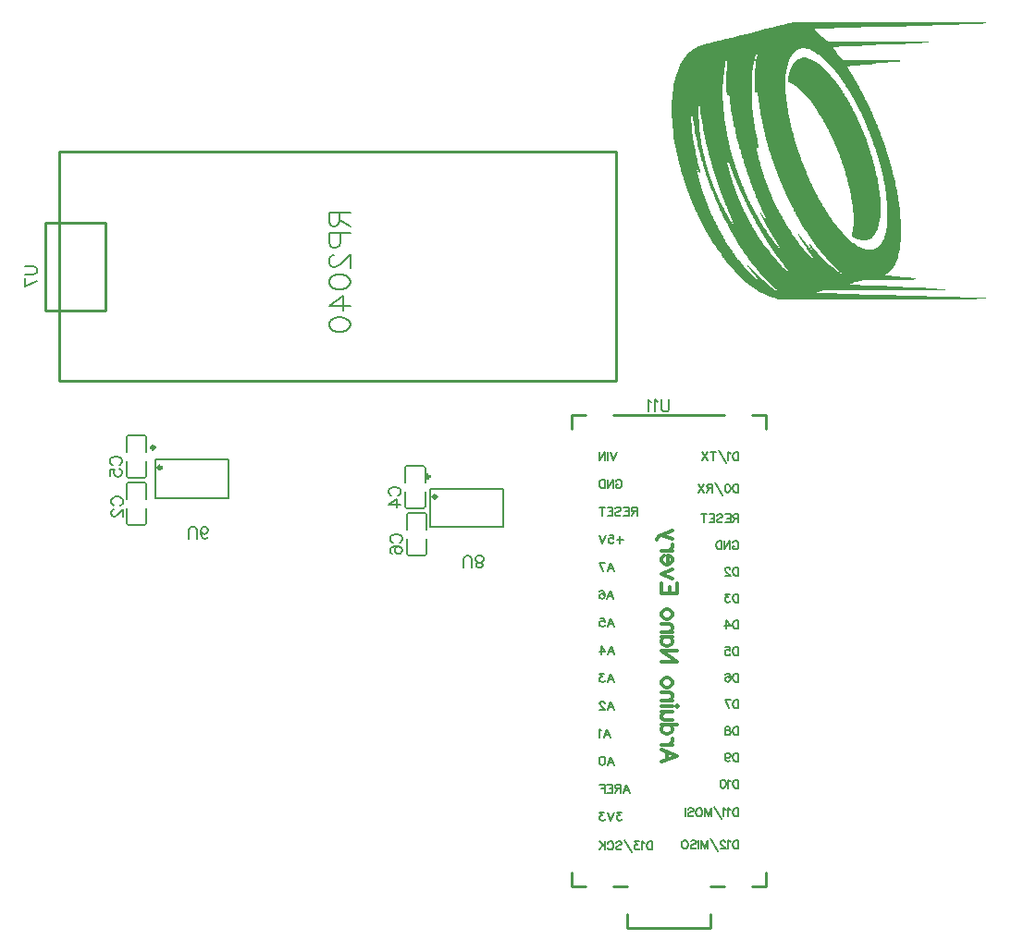
<source format=gbo>
G04 Layer: BottomSilkscreenLayer*
G04 EasyEDA v6.5.48, 2025-01-21 22:01:40*
G04 ce5bcd5d7360488599399ea35ca3f730,208856bd7ad64deca1bfdec547b981c7,10*
G04 Gerber Generator version 0.2*
G04 Scale: 100 percent, Rotated: No, Reflected: No *
G04 Dimensions in millimeters *
G04 leading zeros omitted , absolute positions ,4 integer and 5 decimal *
%FSLAX45Y45*%
%MOMM*%

%ADD10C,0.1524*%
%ADD11C,0.2032*%
%ADD12C,0.1500*%
%ADD13C,0.3000*%
%ADD14C,0.2540*%
%ADD15C,0.0175*%

%LPD*%
G36*
X6709765Y-1077010D02*
G01*
X6689090Y-1080160D01*
X6683857Y-1081278D01*
X6679844Y-1082446D01*
X6675018Y-1084580D01*
X6669684Y-1086154D01*
X6662420Y-1087932D01*
X6645351Y-1091488D01*
X6637070Y-1093419D01*
X6630162Y-1095298D01*
X6621119Y-1098245D01*
X6614414Y-1100023D01*
X6606387Y-1101852D01*
X6589877Y-1105052D01*
X6582918Y-1106627D01*
X6577838Y-1108049D01*
X6572758Y-1110183D01*
X6560261Y-1113485D01*
X6543090Y-1117244D01*
X6527901Y-1121105D01*
X6519367Y-1123950D01*
X6507988Y-1126845D01*
X6495592Y-1129334D01*
X6480810Y-1132840D01*
X6458204Y-1139088D01*
X6430924Y-1145997D01*
X6381496Y-1157376D01*
X6368491Y-1161440D01*
X6353708Y-1165352D01*
X6284772Y-1181811D01*
X6274308Y-1184148D01*
X6262420Y-1187196D01*
X6251549Y-1190244D01*
X6221831Y-1197102D01*
X6197803Y-1204010D01*
X6171336Y-1209802D01*
X6146647Y-1216761D01*
X6120180Y-1222603D01*
X6113526Y-1224381D01*
X6102146Y-1227836D01*
X6087922Y-1231290D01*
X6075273Y-1233678D01*
X6070092Y-1234846D01*
X6066180Y-1235964D01*
X6062319Y-1237742D01*
X6054394Y-1240282D01*
X6043218Y-1243076D01*
X6031280Y-1245463D01*
X6021527Y-1247038D01*
X6017666Y-1247851D01*
X6014720Y-1248714D01*
X6011164Y-1250492D01*
X6007862Y-1251712D01*
X5998057Y-1254404D01*
X5986119Y-1257096D01*
X5966561Y-1260652D01*
X5963564Y-1261516D01*
X5960059Y-1263294D01*
X5952236Y-1265834D01*
X5941060Y-1268577D01*
X5929071Y-1271016D01*
X5919266Y-1272590D01*
X5912459Y-1274216D01*
X5906363Y-1277213D01*
X5899353Y-1279601D01*
X5890361Y-1281785D01*
X5874258Y-1284833D01*
X5868873Y-1286154D01*
X5864453Y-1287576D01*
X5859068Y-1290218D01*
X5851093Y-1293418D01*
X5841949Y-1296466D01*
X5836767Y-1298549D01*
X5827674Y-1303020D01*
X5814568Y-1310690D01*
X5798566Y-1319580D01*
X5792012Y-1323848D01*
X5783478Y-1330401D01*
X5773724Y-1338529D01*
X5763361Y-1347673D01*
X5753100Y-1357223D01*
X5743600Y-1366520D01*
X5735574Y-1375003D01*
X5729681Y-1381963D01*
X5715304Y-1401064D01*
X5708142Y-1411071D01*
X5705957Y-1414576D01*
X5704687Y-1417726D01*
X5701233Y-1422654D01*
X5696305Y-1428648D01*
X5694273Y-1431594D01*
X5692902Y-1434033D01*
X5692038Y-1437284D01*
X5689752Y-1441704D01*
X5686145Y-1446885D01*
X5684113Y-1450492D01*
X5677255Y-1466088D01*
X5675274Y-1469644D01*
X5671667Y-1474978D01*
X5670042Y-1478127D01*
X5668721Y-1481429D01*
X5666892Y-1487830D01*
X5663539Y-1496009D01*
X5659526Y-1503781D01*
X5656072Y-1512265D01*
X5654090Y-1519478D01*
X5652566Y-1523949D01*
X5646724Y-1537360D01*
X5644845Y-1542491D01*
X5643321Y-1547571D01*
X5641390Y-1556664D01*
X5639866Y-1562049D01*
X5637987Y-1567586D01*
X5631078Y-1583486D01*
X5629503Y-1596898D01*
X5628538Y-1603248D01*
X5626963Y-1610563D01*
X5625084Y-1618030D01*
X5623102Y-1624634D01*
X5618226Y-1638909D01*
X5616346Y-1662125D01*
X5615025Y-1672488D01*
X5613247Y-1684121D01*
X5611215Y-1695602D01*
X5605068Y-1724914D01*
X5604930Y-1729028D01*
X6066231Y-1729028D01*
X6066383Y-1688236D01*
X6066891Y-1657045D01*
X6067755Y-1628292D01*
X6068974Y-1603146D01*
X6070549Y-1582724D01*
X6071412Y-1574647D01*
X6072428Y-1568196D01*
X6074410Y-1559356D01*
X6076238Y-1545742D01*
X6079490Y-1513636D01*
X6081166Y-1501495D01*
X6083046Y-1489913D01*
X6085078Y-1479296D01*
X6088583Y-1463751D01*
X6091631Y-1447850D01*
X6095492Y-1423162D01*
X6103010Y-1410360D01*
X6106922Y-1386586D01*
X6108090Y-1380794D01*
X6109208Y-1376578D01*
X6110020Y-1374546D01*
X6111544Y-1372819D01*
X6112916Y-1376324D01*
X6113424Y-1378813D01*
X6113881Y-1383030D01*
X6114237Y-1394206D01*
X6114237Y-1408633D01*
X6105347Y-1442313D01*
X6094577Y-1606397D01*
X6097003Y-1697583D01*
X6329883Y-1697583D01*
X6335877Y-1536090D01*
X6343040Y-1498295D01*
X6345326Y-1483868D01*
X6349746Y-1451813D01*
X6351117Y-1444599D01*
X6352540Y-1438757D01*
X6355080Y-1432052D01*
X6356299Y-1427988D01*
X6357366Y-1423416D01*
X6360871Y-1400860D01*
X6364376Y-1381302D01*
X6372047Y-1377188D01*
X6372047Y-1371600D01*
X6372758Y-1363675D01*
X6374434Y-1352499D01*
X6376771Y-1338986D01*
X6378752Y-1338986D01*
X6380937Y-1340256D01*
X6382258Y-1344269D01*
X6382613Y-1351280D01*
X6382105Y-1361541D01*
X6380937Y-1377289D01*
X6373876Y-1391208D01*
X6369405Y-1443685D01*
X6366865Y-1466850D01*
X6364224Y-1487271D01*
X6359347Y-1519021D01*
X6359296Y-1697786D01*
X6364173Y-1745945D01*
X6365849Y-1745945D01*
X6366611Y-1745335D01*
X6367424Y-1743506D01*
X6369100Y-1736750D01*
X6370878Y-1726641D01*
X6372555Y-1714144D01*
X6374028Y-1700072D01*
X6375247Y-1685442D01*
X6376060Y-1671218D01*
X6376517Y-1649171D01*
X6376771Y-1646936D01*
X6377076Y-1646123D01*
X6377584Y-1647393D01*
X6640728Y-1647393D01*
X6640931Y-1613408D01*
X6641592Y-1588871D01*
X6642658Y-1568246D01*
X6644690Y-1540764D01*
X6647942Y-1529588D01*
X6649364Y-1523644D01*
X6650837Y-1515618D01*
X6653326Y-1497736D01*
X6655460Y-1477010D01*
X6661353Y-1463294D01*
X6664299Y-1454048D01*
X6666890Y-1441653D01*
X6668973Y-1434134D01*
X6671309Y-1428140D01*
X6674866Y-1422298D01*
X6676237Y-1419402D01*
X6679895Y-1408430D01*
X6683248Y-1401064D01*
X6686803Y-1395831D01*
X6690918Y-1389176D01*
X6694881Y-1382217D01*
X6697929Y-1377746D01*
X6706057Y-1367434D01*
X6715556Y-1356512D01*
X6724954Y-1346708D01*
X6732727Y-1339596D01*
X6735572Y-1337564D01*
X6738518Y-1336446D01*
X6742582Y-1333754D01*
X6751066Y-1326692D01*
X6767423Y-1322933D01*
X6777736Y-1319987D01*
X6789775Y-1315567D01*
X6822694Y-1315872D01*
X6835292Y-1320241D01*
X6840423Y-1321511D01*
X6850989Y-1323340D01*
X6862470Y-1324711D01*
X6872731Y-1331468D01*
X6876338Y-1333296D01*
X6879793Y-1334770D01*
X6885889Y-1336649D01*
X6889902Y-1338478D01*
X6894220Y-1340764D01*
X6902348Y-1345793D01*
X6908952Y-1349146D01*
X6912508Y-1350060D01*
X6914845Y-1351229D01*
X6920433Y-1355090D01*
X6928510Y-1361186D01*
X6938162Y-1367790D01*
X6946544Y-1373073D01*
X6951980Y-1375664D01*
X6955688Y-1378458D01*
X6967677Y-1389684D01*
X6992620Y-1412240D01*
X7013295Y-1431645D01*
X7031990Y-1449933D01*
X7047484Y-1465884D01*
X7069226Y-1489811D01*
X7079538Y-1501546D01*
X7097369Y-1522831D01*
X7104227Y-1531569D01*
X7109358Y-1538528D01*
X7113930Y-1545844D01*
X7118400Y-1551330D01*
X7122922Y-1555699D01*
X7124700Y-1557731D01*
X7125868Y-1559509D01*
X7126731Y-1562049D01*
X7127900Y-1563725D01*
X7129576Y-1565554D01*
X7133742Y-1569161D01*
X7135418Y-1570990D01*
X7136536Y-1572615D01*
X7138466Y-1577238D01*
X7142632Y-1583690D01*
X7149185Y-1592580D01*
X7160463Y-1607007D01*
X7164120Y-1612696D01*
X7165086Y-1615389D01*
X7167930Y-1619554D01*
X7172198Y-1624533D01*
X7175753Y-1629867D01*
X7177684Y-1634185D01*
X7181646Y-1640179D01*
X7186523Y-1646174D01*
X7188453Y-1649069D01*
X7189774Y-1651558D01*
X7190384Y-1654556D01*
X7190790Y-1655572D01*
X7191349Y-1656232D01*
X7192060Y-1656486D01*
X7193330Y-1657451D01*
X7197852Y-1664106D01*
X7203440Y-1674063D01*
X7208672Y-1682140D01*
X7211720Y-1685391D01*
X7213447Y-1688084D01*
X7214260Y-1690979D01*
X7218222Y-1697888D01*
X7224064Y-1706422D01*
X7228027Y-1713331D01*
X7228890Y-1716379D01*
X7229602Y-1717852D01*
X7230719Y-1719325D01*
X7233767Y-1722526D01*
X7235748Y-1725523D01*
X7237831Y-1729181D01*
X7241590Y-1737207D01*
X7245858Y-1744624D01*
X7249312Y-1749094D01*
X7250887Y-1751584D01*
X7254189Y-1759204D01*
X7257592Y-1765452D01*
X7261707Y-1771396D01*
X7266076Y-1778762D01*
X7269683Y-1786077D01*
X7275525Y-1796846D01*
X7281875Y-1807972D01*
X7287615Y-1818741D01*
X7293660Y-1831492D01*
X7295946Y-1835302D01*
X7299350Y-1842109D01*
X7303008Y-1850085D01*
X7306411Y-1856892D01*
X7308748Y-1860905D01*
X7317638Y-1879396D01*
X7323074Y-1889506D01*
X7331202Y-1906828D01*
X7339990Y-1924659D01*
X7343546Y-1933549D01*
X7346950Y-1940001D01*
X7350963Y-1946605D01*
X7352792Y-1950567D01*
X7354316Y-1954631D01*
X7356246Y-1961845D01*
X7357770Y-1965756D01*
X7359650Y-1969516D01*
X7363663Y-1975815D01*
X7365492Y-1979422D01*
X7366965Y-1983079D01*
X7368743Y-1989632D01*
X7370114Y-1993239D01*
X7371842Y-1996795D01*
X7375652Y-2002993D01*
X7377480Y-2006803D01*
X7379055Y-2010765D01*
X7381240Y-2018284D01*
X7382916Y-2022500D01*
X7384897Y-2026615D01*
X7387031Y-2030171D01*
X7392060Y-2037588D01*
X7394854Y-2055114D01*
X7399934Y-2062988D01*
X7402017Y-2066747D01*
X7403947Y-2071065D01*
X7405471Y-2075434D01*
X7407351Y-2082952D01*
X7408621Y-2086660D01*
X7410196Y-2090064D01*
X7413498Y-2095449D01*
X7415326Y-2099411D01*
X7417003Y-2103983D01*
X7419644Y-2113534D01*
X7421372Y-2118309D01*
X7423200Y-2122474D01*
X7426655Y-2128621D01*
X7428331Y-2132634D01*
X7429804Y-2137156D01*
X7432090Y-2146503D01*
X7433868Y-2152142D01*
X7436053Y-2157831D01*
X7440472Y-2167483D01*
X7442200Y-2171954D01*
X7443368Y-2175764D01*
X7444231Y-2181047D01*
X7445349Y-2184908D01*
X7446975Y-2189429D01*
X7451191Y-2199182D01*
X7455306Y-2210765D01*
X7457948Y-2220569D01*
X7461402Y-2230780D01*
X7464856Y-2239162D01*
X7468260Y-2249982D01*
X7470851Y-2260396D01*
X7472476Y-2265832D01*
X7474305Y-2270912D01*
X7477861Y-2279040D01*
X7479639Y-2284171D01*
X7481214Y-2289606D01*
X7483551Y-2300122D01*
X7485075Y-2305862D01*
X7486802Y-2311349D01*
X7490256Y-2320493D01*
X7492034Y-2326030D01*
X7497825Y-2349906D01*
X7499908Y-2357018D01*
X7504175Y-2369769D01*
X7506106Y-2376474D01*
X7507630Y-2382672D01*
X7509509Y-2392426D01*
X7512405Y-2403856D01*
X7515809Y-2414676D01*
X7519314Y-2428646D01*
X7521854Y-2442057D01*
X7525410Y-2456789D01*
X7529017Y-2469388D01*
X7532878Y-2486456D01*
X7535875Y-2503271D01*
X7539177Y-2519730D01*
X7542174Y-2532024D01*
X7545527Y-2549601D01*
X7550403Y-2579827D01*
X7556042Y-2609748D01*
X7559040Y-2630728D01*
X7561478Y-2655824D01*
X7565593Y-2681935D01*
X7572552Y-2733548D01*
X7572451Y-2927400D01*
X7558176Y-3002026D01*
X7556296Y-3009747D01*
X7554315Y-3016554D01*
X7550759Y-3025851D01*
X7547813Y-3035046D01*
X7546035Y-3042666D01*
X7544511Y-3047238D01*
X7540548Y-3056331D01*
X7536383Y-3064865D01*
X7531201Y-3077057D01*
X7528255Y-3082645D01*
X7524750Y-3088589D01*
X7520736Y-3094634D01*
X7516266Y-3100832D01*
X7511491Y-3106928D01*
X7501229Y-3118561D01*
X7495946Y-3123895D01*
X7490714Y-3128721D01*
X7485583Y-3132937D01*
X7476286Y-3139389D01*
X7469733Y-3144367D01*
X7467142Y-3146704D01*
X7464806Y-3147872D01*
X7461656Y-3149092D01*
X7454036Y-3151327D01*
X7445248Y-3154476D01*
X7434224Y-3159658D01*
X7385202Y-3159556D01*
X7377734Y-3155899D01*
X7373924Y-3154324D01*
X7369098Y-3152698D01*
X7363815Y-3151225D01*
X7347153Y-3147923D01*
X7334402Y-3140557D01*
X7328306Y-3137712D01*
X7324496Y-3136595D01*
X7320635Y-3134817D01*
X7309967Y-3128873D01*
X7298639Y-3121863D01*
X7293914Y-3118662D01*
X7288377Y-3114395D01*
X7284364Y-3112058D01*
X7281468Y-3111195D01*
X7279131Y-3109823D01*
X7267803Y-3100832D01*
X7265720Y-3099460D01*
X7263282Y-3098495D01*
X7258812Y-3095345D01*
X7242708Y-3081477D01*
X7223455Y-3064306D01*
X7202678Y-3044545D01*
X7182002Y-3023870D01*
X7163003Y-3003854D01*
X7144715Y-2983890D01*
X7135520Y-2973425D01*
X7125309Y-2961182D01*
X7115657Y-2949143D01*
X7100265Y-2928366D01*
X7078980Y-2902000D01*
X7073950Y-2894838D01*
X7060387Y-2874467D01*
X7050989Y-2862478D01*
X7049922Y-2860649D01*
X7049008Y-2857906D01*
X7045604Y-2852775D01*
X7040676Y-2846679D01*
X7037324Y-2841447D01*
X7036409Y-2838500D01*
X7035190Y-2836418D01*
X7028942Y-2828696D01*
X7026706Y-2825496D01*
X7024878Y-2822244D01*
X7022642Y-2817114D01*
X7021575Y-2815183D01*
X7020509Y-2813913D01*
X7018578Y-2812694D01*
X7017105Y-2810713D01*
X7015327Y-2807766D01*
X7011619Y-2800350D01*
X7009536Y-2796794D01*
X7007504Y-2793847D01*
X7004050Y-2790139D01*
X7002018Y-2787345D01*
X6999986Y-2783992D01*
X6994093Y-2772460D01*
X6989572Y-2764536D01*
X6985101Y-2757525D01*
X6979666Y-2750210D01*
X6976414Y-2744165D01*
X6973671Y-2737764D01*
X6971944Y-2734462D01*
X6966661Y-2726893D01*
X6962749Y-2720086D01*
X6959498Y-2712923D01*
X6956196Y-2706674D01*
X6952996Y-2702001D01*
X6946290Y-2690063D01*
X6938213Y-2674721D01*
X6931761Y-2663037D01*
X6928916Y-2658618D01*
X6925360Y-2651810D01*
X6921601Y-2643530D01*
X6917893Y-2636469D01*
X6915200Y-2632456D01*
X6911848Y-2625648D01*
X6908546Y-2617673D01*
X6905142Y-2610866D01*
X6902500Y-2606903D01*
X6899097Y-2600096D01*
X6895795Y-2592120D01*
X6892340Y-2585313D01*
X6889648Y-2581198D01*
X6887972Y-2577795D01*
X6886244Y-2573629D01*
X6882993Y-2564638D01*
X6881215Y-2560574D01*
X6879488Y-2557373D01*
X6876796Y-2554376D01*
X6875170Y-2552039D01*
X6874306Y-2549042D01*
X6870039Y-2538476D01*
X6863130Y-2522474D01*
X6848906Y-2491587D01*
X6845553Y-2483866D01*
X6844588Y-2480665D01*
X6834174Y-2457043D01*
X6831126Y-2448407D01*
X6824421Y-2433980D01*
X6817106Y-2413965D01*
X6812788Y-2404973D01*
X6809384Y-2396439D01*
X6804253Y-2382012D01*
X6799884Y-2372918D01*
X6796531Y-2363825D01*
X6793382Y-2353360D01*
X6790385Y-2345283D01*
X6788403Y-2341575D01*
X6785000Y-2333193D01*
X6779920Y-2318969D01*
X6767474Y-2281834D01*
X6763054Y-2269693D01*
X6759752Y-2261666D01*
X6756704Y-2252014D01*
X6754317Y-2242718D01*
X6750913Y-2232609D01*
X6747306Y-2224074D01*
X6745478Y-2218639D01*
X6743852Y-2212848D01*
X6741515Y-2202129D01*
X6740245Y-2197201D01*
X6738874Y-2193137D01*
X6735876Y-2186889D01*
X6733997Y-2181656D01*
X6731609Y-2173274D01*
X6727190Y-2156307D01*
X6724192Y-2146757D01*
X6721043Y-2137664D01*
X6717639Y-2125167D01*
X6714744Y-2112518D01*
X6710984Y-2098243D01*
X6707327Y-2086406D01*
X6703974Y-2073910D01*
X6701688Y-2063902D01*
X6698640Y-2053183D01*
X6695592Y-2043734D01*
X6694017Y-2037080D01*
X6692595Y-2029663D01*
X6691477Y-2022297D01*
X6689344Y-2005279D01*
X6686245Y-1999335D01*
X6684873Y-1995779D01*
X6683400Y-1990547D01*
X6681978Y-1984349D01*
X6677456Y-1956866D01*
X6675272Y-1946046D01*
X6672884Y-1936242D01*
X6671462Y-1931314D01*
X6669989Y-1924913D01*
X6668414Y-1916175D01*
X6666992Y-1906270D01*
X6664858Y-1886915D01*
X6663690Y-1878685D01*
X6662572Y-1872437D01*
X6661658Y-1869135D01*
X6660388Y-1866188D01*
X6659168Y-1862023D01*
X6658051Y-1856739D01*
X6655968Y-1842566D01*
X6654038Y-1823466D01*
X6650990Y-1781098D01*
X6644894Y-1757476D01*
X6641846Y-1701901D01*
X6641084Y-1675180D01*
X6640728Y-1647393D01*
X6377584Y-1647393D01*
X6378448Y-1652219D01*
X6379667Y-1663039D01*
X6381089Y-1678939D01*
X6384950Y-1729993D01*
X6388963Y-1741474D01*
X6390792Y-1748891D01*
X6392418Y-1758238D01*
X6393891Y-1769364D01*
X6395161Y-1782216D01*
X6396228Y-1796694D01*
X6398056Y-1830120D01*
X6402984Y-1849628D01*
X6404762Y-1859025D01*
X6406489Y-1869998D01*
X6407912Y-1881174D01*
X6410706Y-1911096D01*
X6417818Y-1938883D01*
X6419697Y-1948180D01*
X6421221Y-1957070D01*
X6423050Y-1971395D01*
X6424574Y-1979574D01*
X6426403Y-1987854D01*
X6430467Y-2002688D01*
X6432397Y-2011222D01*
X6433972Y-2019706D01*
X6434937Y-2027123D01*
X6436512Y-2042972D01*
X6441338Y-2055875D01*
X6443319Y-2061972D01*
X6445199Y-2069033D01*
X6446723Y-2076145D01*
X6448704Y-2088845D01*
X6450228Y-2096007D01*
X6452108Y-2103069D01*
X6456070Y-2115159D01*
X6457950Y-2121966D01*
X6459474Y-2128824D01*
X6460439Y-2134768D01*
X6462014Y-2147570D01*
X6470345Y-2163927D01*
X6476238Y-2197303D01*
X6480352Y-2205482D01*
X6482080Y-2209546D01*
X6483705Y-2214626D01*
X6485128Y-2220010D01*
X6487007Y-2230374D01*
X6488582Y-2236368D01*
X6490462Y-2242312D01*
X6494526Y-2252472D01*
X6496405Y-2258009D01*
X6497929Y-2263394D01*
X6499860Y-2272436D01*
X6501384Y-2277567D01*
X6503212Y-2282647D01*
X6507175Y-2291689D01*
X6509054Y-2297074D01*
X6510528Y-2302510D01*
X6511493Y-2307386D01*
X6513017Y-2318054D01*
X6517894Y-2326894D01*
X6519926Y-2331059D01*
X6521805Y-2335987D01*
X6523329Y-2340965D01*
X6525209Y-2349957D01*
X6526784Y-2355037D01*
X6528663Y-2360015D01*
X6532778Y-2368600D01*
X6534708Y-2373477D01*
X6536232Y-2378303D01*
X6538163Y-2386838D01*
X6539687Y-2391664D01*
X6541566Y-2396490D01*
X6545630Y-2404922D01*
X6547510Y-2409799D01*
X6549034Y-2414778D01*
X6550050Y-2419146D01*
X6551574Y-2428646D01*
X6560058Y-2440127D01*
X6563664Y-2459583D01*
X6568744Y-2467660D01*
X6570827Y-2471420D01*
X6572808Y-2475839D01*
X6574383Y-2480259D01*
X6576415Y-2488133D01*
X6578041Y-2492705D01*
X6580022Y-2497328D01*
X6584137Y-2505151D01*
X6585762Y-2508859D01*
X6586880Y-2512110D01*
X6587744Y-2517089D01*
X6589064Y-2520899D01*
X6590995Y-2525471D01*
X6595872Y-2535326D01*
X6598158Y-2540558D01*
X6599986Y-2545384D01*
X6602120Y-2552598D01*
X6603644Y-2556357D01*
X6605524Y-2559964D01*
X6607505Y-2563063D01*
X6612280Y-2569464D01*
X6614718Y-2585516D01*
X6619087Y-2591104D01*
X6620967Y-2593949D01*
X6622846Y-2597607D01*
X6624523Y-2601569D01*
X6627063Y-2609443D01*
X6628841Y-2613863D01*
X6630873Y-2618130D01*
X6634988Y-2625242D01*
X6636918Y-2629255D01*
X6638442Y-2633218D01*
X6640423Y-2639974D01*
X6641846Y-2643632D01*
X6643522Y-2647086D01*
X6647027Y-2652877D01*
X6648856Y-2656433D01*
X6650431Y-2660192D01*
X6652818Y-2667254D01*
X6654546Y-2671114D01*
X6656527Y-2674874D01*
X6660591Y-2681020D01*
X6663944Y-2687828D01*
X6665823Y-2693670D01*
X6667195Y-2696972D01*
X6668922Y-2700274D01*
X6672529Y-2706065D01*
X6674358Y-2709672D01*
X6675983Y-2713482D01*
X6678320Y-2720492D01*
X6679844Y-2724099D01*
X6681571Y-2727350D01*
X6684975Y-2732430D01*
X6686753Y-2735630D01*
X6692950Y-2750058D01*
X6695084Y-2754071D01*
X6699250Y-2760624D01*
X6701942Y-2765958D01*
X6702806Y-2769209D01*
X6704126Y-2772105D01*
X6713270Y-2788005D01*
X6715099Y-2791714D01*
X6717182Y-2796946D01*
X6718655Y-2799943D01*
X6724497Y-2808833D01*
X6727850Y-2814929D01*
X6729882Y-2819908D01*
X6733438Y-2826613D01*
X6737553Y-2833065D01*
X6740296Y-2838399D01*
X6741159Y-2841548D01*
X6744411Y-2847390D01*
X6749288Y-2854502D01*
X6751624Y-2858312D01*
X6753453Y-2861818D01*
X6755485Y-2867050D01*
X6758584Y-2872740D01*
X6762191Y-2877769D01*
X6766001Y-2884017D01*
X6769252Y-2890520D01*
X6775348Y-2901289D01*
X6794601Y-2934055D01*
X6802628Y-2946857D01*
X6811060Y-2959709D01*
X6816547Y-2968752D01*
X6817664Y-2971393D01*
X6820408Y-2976168D01*
X6839356Y-3005175D01*
X6865772Y-3044291D01*
X6905142Y-3101340D01*
X6912762Y-3111550D01*
X6915861Y-3114852D01*
X6920890Y-3121101D01*
X6933946Y-3138627D01*
X6950354Y-3159861D01*
X6963918Y-3176625D01*
X6974941Y-3189528D01*
X6992721Y-3211169D01*
X7015073Y-3237534D01*
X7035038Y-3258820D01*
X7058914Y-3283458D01*
X7082739Y-3307334D01*
X7105142Y-3329178D01*
X7124852Y-3347720D01*
X7140498Y-3361690D01*
X7146442Y-3366566D01*
X7150862Y-3369818D01*
X7158278Y-3373882D01*
X7158278Y-3380384D01*
X7173366Y-3386734D01*
X7171283Y-3390137D01*
X7157720Y-3388156D01*
X7155586Y-3379978D01*
X7143089Y-3377488D01*
X7139940Y-3372612D01*
X7138314Y-3370681D01*
X7136333Y-3368852D01*
X7134148Y-3367430D01*
X7129780Y-3365703D01*
X7126935Y-3364179D01*
X7121194Y-3360013D01*
X7116368Y-3356203D01*
X7114540Y-3355035D01*
X7113422Y-3354628D01*
X7110069Y-3352698D01*
X7103567Y-3347872D01*
X7095642Y-3341370D01*
X7084923Y-3331921D01*
X7048500Y-3301695D01*
X7030720Y-3285947D01*
X7008266Y-3265017D01*
X6990588Y-3247644D01*
X6977735Y-3234537D01*
X6937705Y-3191560D01*
X6906564Y-3155442D01*
X6895338Y-3143961D01*
X6887972Y-3135934D01*
X6883095Y-3129991D01*
X6880961Y-3125927D01*
X6880047Y-3125012D01*
X6878726Y-3124149D01*
X6877100Y-3123438D01*
X6872935Y-3122117D01*
X6863588Y-3105505D01*
X6861759Y-3106623D01*
X6861098Y-3107537D01*
X6860540Y-3109264D01*
X6860133Y-3111500D01*
X6859981Y-3120339D01*
X6870649Y-3124403D01*
X6870649Y-3134918D01*
X6880047Y-3141522D01*
X6882536Y-3149955D01*
X6883908Y-3155340D01*
X6883958Y-3158642D01*
X6882638Y-3160268D01*
X6879793Y-3160725D01*
X6876897Y-3160725D01*
X6868109Y-3145790D01*
X6863943Y-3145637D01*
X6862978Y-3145231D01*
X6862368Y-3144570D01*
X6861403Y-3142132D01*
X6859473Y-3139186D01*
X6853072Y-3131108D01*
X6838696Y-3113684D01*
X6825640Y-3097276D01*
X6814718Y-3083966D01*
X6804710Y-3070656D01*
X6799072Y-3063544D01*
X6796989Y-3061360D01*
X6795008Y-3060344D01*
X6794449Y-3059633D01*
X6793433Y-3055721D01*
X6792061Y-3053486D01*
X6790029Y-3050997D01*
X6785051Y-3046120D01*
X6783019Y-3043732D01*
X6781647Y-3041650D01*
X6780682Y-3038703D01*
X6779361Y-3036773D01*
X6777380Y-3034639D01*
X6768744Y-3027578D01*
X6762242Y-3011627D01*
X6755384Y-3014268D01*
X6756806Y-3020923D01*
X6758330Y-3026562D01*
X6760159Y-3031032D01*
X6762089Y-3033979D01*
X6764781Y-3035503D01*
X6765696Y-3036722D01*
X6768185Y-3043682D01*
X6771640Y-3050286D01*
X6775856Y-3056432D01*
X6780275Y-3064103D01*
X6783324Y-3070707D01*
X6784797Y-3073196D01*
X6786118Y-3074873D01*
X6788150Y-3076143D01*
X6789572Y-3077972D01*
X6796684Y-3090976D01*
X6798767Y-3093923D01*
X6802170Y-3097580D01*
X6803440Y-3099308D01*
X6804304Y-3100882D01*
X6805066Y-3103778D01*
X6808165Y-3109214D01*
X6813499Y-3116529D01*
X6821627Y-3128619D01*
X6829755Y-3141218D01*
X6836867Y-3151073D01*
X6840575Y-3155137D01*
X6842658Y-3158134D01*
X6843979Y-3161842D01*
X6847281Y-3166973D01*
X6853326Y-3175406D01*
X6864908Y-3190900D01*
X6867042Y-3194151D01*
X6870293Y-3200857D01*
X6871106Y-3202127D01*
X6871970Y-3203041D01*
X6874002Y-3204057D01*
X6875780Y-3206089D01*
X6877913Y-3209036D01*
X6882587Y-3216503D01*
X6885228Y-3220313D01*
X6887768Y-3223514D01*
X6889851Y-3225749D01*
X6894068Y-3229559D01*
X6893915Y-3236417D01*
X6893509Y-3238246D01*
X6892899Y-3239668D01*
X6892137Y-3240532D01*
X6890207Y-3241700D01*
X6882536Y-3232810D01*
X6880352Y-3230778D01*
X6878472Y-3229406D01*
X6877202Y-3228898D01*
X6876288Y-3228797D01*
X6875576Y-3228441D01*
X6875068Y-3227882D01*
X6874916Y-3227222D01*
X6873798Y-3225393D01*
X6866128Y-3216554D01*
X6850125Y-3199587D01*
X6835444Y-3183331D01*
X6810197Y-3154222D01*
X6798868Y-3140405D01*
X6794042Y-3134207D01*
X6776262Y-3112668D01*
X6769404Y-3103524D01*
X6767982Y-3100476D01*
X6765442Y-3097123D01*
X6761124Y-3092602D01*
X6754622Y-3084322D01*
X6740550Y-3064611D01*
X6734403Y-3056585D01*
X6701840Y-3010865D01*
X6694627Y-2999790D01*
X6690766Y-2992983D01*
X6686702Y-2986481D01*
X6678675Y-2975254D01*
X6672580Y-2966008D01*
X6667957Y-2958287D01*
X6666077Y-2954274D01*
X6665823Y-2953207D01*
X6663842Y-2950210D01*
X6660642Y-2946654D01*
X6656070Y-2940304D01*
X6650736Y-2931566D01*
X6645249Y-2921508D01*
X6640779Y-2912719D01*
X6637223Y-2907182D01*
X6634683Y-2904490D01*
X6630822Y-2897733D01*
X6626555Y-2888742D01*
X6624472Y-2884881D01*
X6622643Y-2881985D01*
X6620002Y-2879242D01*
X6618325Y-2876854D01*
X6614617Y-2870200D01*
X6609537Y-2860192D01*
X6585864Y-2816910D01*
X6581902Y-2810103D01*
X6578650Y-2803296D01*
X6576771Y-2798216D01*
X6575501Y-2795625D01*
X6570725Y-2788666D01*
X6566763Y-2781249D01*
X6563410Y-2773222D01*
X6559956Y-2766415D01*
X6557314Y-2762504D01*
X6555790Y-2759659D01*
X6551472Y-2748788D01*
X6547357Y-2740304D01*
X6543344Y-2733700D01*
X6540754Y-2728468D01*
X6539890Y-2725115D01*
X6536690Y-2717698D01*
X6531711Y-2707944D01*
X6527038Y-2697378D01*
X6524142Y-2689453D01*
X6520688Y-2681528D01*
X6517385Y-2675077D01*
X6513982Y-2667050D01*
X6511442Y-2659634D01*
X6508699Y-2653385D01*
X6504787Y-2647188D01*
X6502349Y-2641955D01*
X6500571Y-2636723D01*
X6499555Y-2630576D01*
X6498691Y-2628188D01*
X6497320Y-2625648D01*
X6493814Y-2620264D01*
X6491782Y-2616098D01*
X6489903Y-2611323D01*
X6486702Y-2601214D01*
X6484569Y-2595321D01*
X6482181Y-2589530D01*
X6477660Y-2580132D01*
X6475933Y-2575814D01*
X6474764Y-2572156D01*
X6474002Y-2567279D01*
X6473139Y-2564180D01*
X6471818Y-2560777D01*
X6468313Y-2553462D01*
X6464249Y-2542692D01*
X6460947Y-2532024D01*
X6457645Y-2523083D01*
X6455003Y-2517648D01*
X6453327Y-2513126D01*
X6448298Y-2495346D01*
X6446469Y-2489657D01*
X6444691Y-2484983D01*
X6441744Y-2478989D01*
X6440119Y-2474214D01*
X6438442Y-2468321D01*
X6435445Y-2455621D01*
X6433718Y-2449677D01*
X6432042Y-2444851D01*
X6429044Y-2438704D01*
X6427368Y-2433980D01*
X6422745Y-2415540D01*
X6420866Y-2408834D01*
X6415176Y-2392934D01*
X6413347Y-2386787D01*
X6411722Y-2380132D01*
X6409334Y-2367737D01*
X6407962Y-2362149D01*
X6406540Y-2357577D01*
X6403848Y-2351735D01*
X6402324Y-2347315D01*
X6400901Y-2341880D01*
X6396278Y-2318715D01*
X6394196Y-2310130D01*
X6389116Y-2294229D01*
X6387592Y-2287930D01*
X6383782Y-2266340D01*
X6382105Y-2258263D01*
X6380124Y-2250490D01*
X6378143Y-2243988D01*
X6373520Y-2230678D01*
X6373114Y-2185924D01*
X6384848Y-2184603D01*
X6384848Y-2197201D01*
X6385407Y-2206650D01*
X6386880Y-2214981D01*
X6388912Y-2220976D01*
X6391198Y-2223211D01*
X6393129Y-2222042D01*
X6394450Y-2218486D01*
X6395262Y-2212441D01*
X6395516Y-2203856D01*
X6395516Y-2191258D01*
X6385915Y-2181707D01*
X6383121Y-2139086D01*
X6376365Y-2125980D01*
X6373012Y-2101342D01*
X6370878Y-2088134D01*
X6368694Y-2077008D01*
X6363208Y-2055012D01*
X6361684Y-2046630D01*
X6360261Y-2037181D01*
X6358178Y-2018842D01*
X6355842Y-2004060D01*
X6354826Y-2000097D01*
X6353556Y-1996287D01*
X6352387Y-1991715D01*
X6350203Y-1979675D01*
X6348222Y-1963623D01*
X6344310Y-1921306D01*
X6343192Y-1912975D01*
X6341262Y-1903730D01*
X6338976Y-1891233D01*
X6335623Y-1868474D01*
X6329883Y-1697583D01*
X6097003Y-1697583D01*
X6105194Y-1735683D01*
X6107582Y-1749145D01*
X6109106Y-1759813D01*
X6114542Y-1738680D01*
X6116320Y-1732889D01*
X6119368Y-1724964D01*
X6122111Y-1719935D01*
X6124956Y-1739239D01*
X6127038Y-1759407D01*
X6127851Y-1770532D01*
X6129477Y-1800301D01*
X6139383Y-1842922D01*
X6142380Y-1885543D01*
X6147257Y-1904695D01*
X6149289Y-1913483D01*
X6151168Y-1923237D01*
X6152642Y-1932787D01*
X6153607Y-1940915D01*
X6155080Y-1957984D01*
X6160058Y-1975002D01*
X6162090Y-1982774D01*
X6164021Y-1991309D01*
X6165545Y-1999640D01*
X6166459Y-2006600D01*
X6167882Y-2021179D01*
X6177686Y-2049881D01*
X6180785Y-2080920D01*
X6190437Y-2104999D01*
X6193536Y-2134819D01*
X6202070Y-2151481D01*
X6206083Y-2180590D01*
X6215938Y-2202992D01*
X6218936Y-2230323D01*
X6228740Y-2249881D01*
X6231839Y-2275433D01*
X6240170Y-2289048D01*
X6244285Y-2315921D01*
X6254445Y-2337206D01*
X6256934Y-2357424D01*
X6262014Y-2367584D01*
X6264097Y-2372258D01*
X6265976Y-2377440D01*
X6267551Y-2382570D01*
X6269431Y-2391308D01*
X6270955Y-2396388D01*
X6272834Y-2401519D01*
X6279896Y-2416048D01*
X6282893Y-2437384D01*
X6287770Y-2445867D01*
X6289751Y-2449931D01*
X6291630Y-2454605D01*
X6293104Y-2459380D01*
X6294983Y-2468016D01*
X6296507Y-2473096D01*
X6298387Y-2478227D01*
X6302502Y-2487320D01*
X6304432Y-2492298D01*
X6305956Y-2497124D01*
X6307937Y-2505202D01*
X6309461Y-2509977D01*
X6315405Y-2523642D01*
X6318859Y-2532786D01*
X6320840Y-2540101D01*
X6324244Y-2549194D01*
X6328206Y-2557830D01*
X6330035Y-2562555D01*
X6331508Y-2567127D01*
X6333388Y-2574696D01*
X6334912Y-2579166D01*
X6336842Y-2583789D01*
X6341008Y-2592120D01*
X6342938Y-2596642D01*
X6344513Y-2601010D01*
X6346494Y-2608224D01*
X6348069Y-2612593D01*
X6350000Y-2617063D01*
X6354064Y-2625090D01*
X6355689Y-2628849D01*
X6356756Y-2632049D01*
X6357670Y-2636824D01*
X6359042Y-2640685D01*
X6361074Y-2645410D01*
X6366052Y-2655468D01*
X6368084Y-2660091D01*
X6369456Y-2663901D01*
X6370421Y-2668778D01*
X6371793Y-2672638D01*
X6378854Y-2687980D01*
X6382969Y-2698089D01*
X6384848Y-2704541D01*
X6387846Y-2711094D01*
X6391351Y-2716784D01*
X6393129Y-2720390D01*
X6395821Y-2727706D01*
X6397650Y-2733649D01*
X6401003Y-2741930D01*
X6415786Y-2774035D01*
X6419951Y-2783586D01*
X6424168Y-2794863D01*
X6427520Y-2801670D01*
X6430975Y-2807309D01*
X6432600Y-2810713D01*
X6433972Y-2814320D01*
X6435953Y-2821025D01*
X6437528Y-2824683D01*
X6439408Y-2828137D01*
X6441440Y-2831033D01*
X6446367Y-2836875D01*
X6449314Y-2856382D01*
X6452108Y-2857449D01*
X6454851Y-2860395D01*
X6457289Y-2865831D01*
X6458762Y-2871825D01*
X6458610Y-2876346D01*
X6456832Y-2879090D01*
X6454800Y-2878988D01*
X6452666Y-2876143D01*
X6450584Y-2870708D01*
X6447942Y-2861970D01*
X6438036Y-2857449D01*
X6436715Y-2851962D01*
X6434937Y-2847187D01*
X6432346Y-2843022D01*
X6429298Y-2840126D01*
X6426301Y-2839008D01*
X6423710Y-2839008D01*
X6420205Y-2825699D01*
X6419088Y-2822651D01*
X6418072Y-2820568D01*
X6417208Y-2819806D01*
X6415024Y-2820568D01*
X6412992Y-2822448D01*
X6411671Y-2824784D01*
X6411468Y-2827020D01*
X6414770Y-2841142D01*
X6420713Y-2841142D01*
X6423609Y-2858312D01*
X6428333Y-2864104D01*
X6430365Y-2867050D01*
X6432397Y-2870758D01*
X6434226Y-2874772D01*
X6435547Y-2878582D01*
X6438087Y-2887319D01*
X6442354Y-2891180D01*
X6444030Y-2892958D01*
X6445402Y-2894939D01*
X6446316Y-2896920D01*
X6447129Y-2900730D01*
X6448501Y-2903982D01*
X6450533Y-2907944D01*
X6455562Y-2916428D01*
X6459677Y-2924505D01*
X6461404Y-2929585D01*
X6462522Y-2931820D01*
X6463842Y-2933801D01*
X6466840Y-2937103D01*
X6468973Y-2940253D01*
X6473545Y-2948635D01*
X6477558Y-2956864D01*
X6485890Y-2971952D01*
X6495186Y-2987141D01*
X6511696Y-3016758D01*
X6516522Y-3023971D01*
X6520434Y-3028746D01*
X6522110Y-3031439D01*
X6523481Y-3034182D01*
X6525412Y-3039414D01*
X6527190Y-3042716D01*
X6529476Y-3046171D01*
X6534454Y-3052368D01*
X6536435Y-3055213D01*
X6537756Y-3057652D01*
X6538518Y-3060649D01*
X6539230Y-3062173D01*
X6540296Y-3063697D01*
X6543243Y-3066694D01*
X6545224Y-3069336D01*
X6553352Y-3083001D01*
X6555587Y-3086100D01*
X6560464Y-3091942D01*
X6561378Y-3093567D01*
X6562293Y-3096412D01*
X6563868Y-3099460D01*
X6572046Y-3112109D01*
X6576009Y-3119018D01*
X6577025Y-3121863D01*
X6578193Y-3123438D01*
X6579870Y-3125216D01*
X6583984Y-3128822D01*
X6585712Y-3130702D01*
X6586829Y-3132429D01*
X6587845Y-3135528D01*
X6591808Y-3142437D01*
X6602120Y-3157169D01*
X6599783Y-3160014D01*
X6597446Y-3162198D01*
X6595516Y-3162655D01*
X6593890Y-3161436D01*
X6591503Y-3156254D01*
X6589623Y-3153308D01*
X6584442Y-3147009D01*
X6577787Y-3139897D01*
X6572453Y-3133852D01*
X6567982Y-3128264D01*
X6559956Y-3117088D01*
X6552234Y-3107486D01*
X6542836Y-3096615D01*
X6540449Y-3093364D01*
X6538874Y-3090722D01*
X6537959Y-3087776D01*
X6537096Y-3086354D01*
X6535877Y-3084880D01*
X6532575Y-3082086D01*
X6530746Y-3080105D01*
X6529019Y-3077768D01*
X6526123Y-3072892D01*
X6521704Y-3066440D01*
X6509359Y-3050540D01*
X6502857Y-3041497D01*
X6488836Y-3020364D01*
X6482283Y-3011068D01*
X6478879Y-3006953D01*
X6477254Y-3004566D01*
X6473240Y-2996438D01*
X6472021Y-2994355D01*
X6470904Y-2992932D01*
X6469024Y-2991713D01*
X6465671Y-2986887D01*
X6459677Y-2976321D01*
X6457797Y-2973679D01*
X6454952Y-2970631D01*
X6450990Y-2964992D01*
X6439408Y-2944774D01*
X6434175Y-2936341D01*
X6429857Y-2929991D01*
X6426149Y-2925013D01*
X6424574Y-2922574D01*
X6423558Y-2920542D01*
X6422644Y-2917545D01*
X6419240Y-2911856D01*
X6414312Y-2904998D01*
X6410909Y-2899410D01*
X6410147Y-2896768D01*
X6408267Y-2893618D01*
X6405473Y-2890062D01*
X6401460Y-2883814D01*
X6396278Y-2874619D01*
X6384747Y-2852166D01*
X6380734Y-2845917D01*
X6377940Y-2842869D01*
X6376314Y-2840532D01*
X6371590Y-2830677D01*
X6367068Y-2822397D01*
X6362649Y-2815336D01*
X6360718Y-2811526D01*
X6359144Y-2807868D01*
X6357518Y-2802382D01*
X6356705Y-2800350D01*
X6355892Y-2799029D01*
X6354064Y-2797606D01*
X6352489Y-2795219D01*
X6344107Y-2777998D01*
X6341821Y-2773984D01*
X6338265Y-2768701D01*
X6334810Y-2761894D01*
X6332321Y-2755239D01*
X6329527Y-2749651D01*
X6326936Y-2746146D01*
X6323431Y-2739339D01*
X6320078Y-2731008D01*
X6316726Y-2724302D01*
X6314338Y-2721000D01*
X6311646Y-2715869D01*
X6308953Y-2709214D01*
X6304229Y-2699054D01*
X6299200Y-2688945D01*
X6295847Y-2680868D01*
X6295034Y-2677058D01*
X6294170Y-2674924D01*
X6289548Y-2667609D01*
X6287465Y-2663698D01*
X6285484Y-2659227D01*
X6282131Y-2650286D01*
X6278676Y-2642920D01*
X6275933Y-2638704D01*
X6274308Y-2635199D01*
X6269532Y-2621381D01*
X6266180Y-2613406D01*
X6263335Y-2608935D01*
X6261557Y-2605379D01*
X6254699Y-2586888D01*
X6253073Y-2583332D01*
X6249009Y-2576728D01*
X6246571Y-2571394D01*
X6244894Y-2566009D01*
X6243828Y-2559100D01*
X6242710Y-2556052D01*
X6241135Y-2552649D01*
X6239154Y-2549347D01*
X6234023Y-2541778D01*
X6230315Y-2526233D01*
X6229096Y-2522677D01*
X6227978Y-2520289D01*
X6226098Y-2518410D01*
X6224778Y-2515819D01*
X6218174Y-2496261D01*
X6216192Y-2491181D01*
X6212586Y-2483256D01*
X6210554Y-2477871D01*
X6205321Y-2460396D01*
X6203594Y-2455367D01*
X6201918Y-2451404D01*
X6199174Y-2446680D01*
X6197549Y-2442565D01*
X6195872Y-2437333D01*
X6192824Y-2425496D01*
X6191097Y-2419858D01*
X6189370Y-2415286D01*
X6186474Y-2409240D01*
X6184747Y-2404567D01*
X6178143Y-2380792D01*
X6176467Y-2376170D01*
X6173724Y-2370480D01*
X6172250Y-2366111D01*
X6170777Y-2360777D01*
X6168237Y-2349246D01*
X6166561Y-2343302D01*
X6164783Y-2338019D01*
X6161328Y-2329942D01*
X6159398Y-2324354D01*
X6155994Y-2311552D01*
X6154521Y-2305151D01*
X6151118Y-2293213D01*
X6148171Y-2284831D01*
X6144717Y-2271369D01*
X6141669Y-2256739D01*
X6140145Y-2250490D01*
X6138722Y-2245817D01*
X6136436Y-2240584D01*
X6134811Y-2234996D01*
X6132982Y-2227427D01*
X6129274Y-2209444D01*
X6125362Y-2193137D01*
X6122314Y-2183282D01*
X6118961Y-2168702D01*
X6116015Y-2152650D01*
X6112713Y-2137918D01*
X6110020Y-2128113D01*
X6107074Y-2113788D01*
X6104585Y-2097938D01*
X6101486Y-2080869D01*
X6098590Y-2067915D01*
X6096152Y-2055622D01*
X6093968Y-2042160D01*
X6089650Y-2008682D01*
X6087414Y-1995373D01*
X6085941Y-1989785D01*
X6084519Y-1981962D01*
X6082842Y-1969922D01*
X6079236Y-1938477D01*
X6076238Y-1905863D01*
X6074460Y-1891944D01*
X6071971Y-1877364D01*
X6070193Y-1859025D01*
X6068669Y-1835505D01*
X6067552Y-1808022D01*
X6066790Y-1777593D01*
X6066231Y-1729028D01*
X5604930Y-1729028D01*
X5600587Y-1857806D01*
X5773115Y-1857806D01*
X5776671Y-1821586D01*
X5778703Y-1832711D01*
X5780532Y-1856486D01*
X5781522Y-1875028D01*
X5843270Y-1875028D01*
X5846724Y-1847392D01*
X5848096Y-1839722D01*
X5849518Y-1833321D01*
X5850788Y-1829054D01*
X5853734Y-1822145D01*
X5855360Y-1830273D01*
X5857138Y-1849729D01*
X5860897Y-1908708D01*
X5869432Y-1938782D01*
X5873445Y-1992223D01*
X5881979Y-2017166D01*
X5886246Y-2062480D01*
X5894730Y-2086508D01*
X5898997Y-2124405D01*
X5903366Y-2137054D01*
X5905246Y-2143302D01*
X5907176Y-2151024D01*
X5908852Y-2159152D01*
X5911291Y-2174189D01*
X5912866Y-2181758D01*
X5914593Y-2188616D01*
X5918047Y-2198928D01*
X5919774Y-2205228D01*
X5921349Y-2211984D01*
X5923788Y-2225243D01*
X5927699Y-2241448D01*
X5931916Y-2255824D01*
X5935370Y-2269744D01*
X5937148Y-2279599D01*
X5938418Y-2284780D01*
X5939993Y-2289810D01*
X5943396Y-2298700D01*
X5945174Y-2304542D01*
X5946800Y-2310892D01*
X5949391Y-2323388D01*
X5951270Y-2330602D01*
X5953455Y-2337765D01*
X5955191Y-2342692D01*
X6103823Y-2342692D01*
X6103924Y-2338476D01*
X6104686Y-2331161D01*
X6109970Y-2329434D01*
X6112865Y-2337358D01*
X6116472Y-2351684D01*
X6117996Y-2355748D01*
X6119825Y-2359761D01*
X6121857Y-2363165D01*
X6126683Y-2370277D01*
X6128207Y-2379218D01*
X6129172Y-2383282D01*
X6130696Y-2387752D01*
X6132525Y-2392070D01*
X6136538Y-2399334D01*
X6138367Y-2403551D01*
X6139891Y-2407869D01*
X6141770Y-2415794D01*
X6143294Y-2420315D01*
X6145174Y-2424836D01*
X6149238Y-2432761D01*
X6151118Y-2437028D01*
X6152692Y-2441244D01*
X6154674Y-2448407D01*
X6156198Y-2452573D01*
X6162141Y-2464663D01*
X6165494Y-2472944D01*
X6167374Y-2479700D01*
X6168898Y-2483866D01*
X6170777Y-2488234D01*
X6174841Y-2496362D01*
X6176772Y-2500833D01*
X6178296Y-2505151D01*
X6180226Y-2512161D01*
X6181750Y-2515870D01*
X6183579Y-2519527D01*
X6187541Y-2525725D01*
X6189370Y-2529484D01*
X6190843Y-2533396D01*
X6192774Y-2540762D01*
X6194348Y-2544876D01*
X6196228Y-2548940D01*
X6200343Y-2555849D01*
X6202222Y-2559862D01*
X6203746Y-2563926D01*
X6205677Y-2571191D01*
X6207201Y-2575306D01*
X6209080Y-2579420D01*
X6213195Y-2586634D01*
X6215126Y-2590698D01*
X6216650Y-2594711D01*
X6218580Y-2601620D01*
X6220104Y-2605379D01*
X6221933Y-2609037D01*
X6225946Y-2615184D01*
X6227775Y-2618790D01*
X6229299Y-2622550D01*
X6231280Y-2629408D01*
X6232804Y-2633370D01*
X6234684Y-2637383D01*
X6238748Y-2644241D01*
X6242100Y-2651455D01*
X6243980Y-2657348D01*
X6245504Y-2660751D01*
X6247384Y-2664155D01*
X6249416Y-2667254D01*
X6254343Y-2673858D01*
X6255715Y-2681630D01*
X6256528Y-2684881D01*
X6257594Y-2687878D01*
X6258864Y-2690368D01*
X6261608Y-2693670D01*
X6263386Y-2696616D01*
X6265214Y-2700324D01*
X6268618Y-2708706D01*
X6272733Y-2717190D01*
X6276390Y-2723184D01*
X6279692Y-2730550D01*
X6282029Y-2737561D01*
X6283553Y-2741117D01*
X6285280Y-2744419D01*
X6288684Y-2749499D01*
X6292138Y-2756306D01*
X6294729Y-2763215D01*
X6296355Y-2766771D01*
X6298133Y-2770022D01*
X6301486Y-2775102D01*
X6303264Y-2778353D01*
X6307480Y-2788767D01*
X6310934Y-2795574D01*
X6314287Y-2800604D01*
X6316065Y-2803804D01*
X6320332Y-2814218D01*
X6324346Y-2822244D01*
X6328511Y-2828798D01*
X6331204Y-2834081D01*
X6332118Y-2837230D01*
X6333439Y-2840024D01*
X6340449Y-2851607D01*
X6342735Y-2855874D01*
X6344513Y-2859735D01*
X6346291Y-2865170D01*
X6347561Y-2867812D01*
X6349136Y-2870200D01*
X6352590Y-2874111D01*
X6354419Y-2876905D01*
X6356096Y-2880156D01*
X6358737Y-2886964D01*
X6360566Y-2890824D01*
X6364681Y-2897581D01*
X6366662Y-2900476D01*
X6370015Y-2906725D01*
X6371996Y-2911856D01*
X6375349Y-2918104D01*
X6379311Y-2923946D01*
X6382766Y-2930194D01*
X6384747Y-2935325D01*
X6387998Y-2941472D01*
X6392875Y-2948838D01*
X6400698Y-2962452D01*
X6409486Y-2978658D01*
X6414465Y-2986481D01*
X6418326Y-2991815D01*
X6420713Y-2996234D01*
X6421577Y-2999384D01*
X6424980Y-3005074D01*
X6429959Y-3011728D01*
X6433362Y-3017316D01*
X6434378Y-3020568D01*
X6435699Y-3023209D01*
X6442659Y-3033268D01*
X6446062Y-3039008D01*
X6447129Y-3042158D01*
X6448501Y-3044647D01*
X6450533Y-3047695D01*
X6455511Y-3054299D01*
X6457543Y-3057398D01*
X6458915Y-3059938D01*
X6459931Y-3063189D01*
X6463284Y-3069031D01*
X6468211Y-3075838D01*
X6471615Y-3081274D01*
X6472986Y-3084728D01*
X6478270Y-3093516D01*
X6485788Y-3104743D01*
X6492494Y-3113735D01*
X6495796Y-3117189D01*
X6497523Y-3119983D01*
X6498386Y-3123031D01*
X6499961Y-3126079D01*
X6502349Y-3129991D01*
X6508140Y-3138525D01*
X6510528Y-3142437D01*
X6512102Y-3145536D01*
X6512712Y-3147415D01*
X6512814Y-3148431D01*
X6513220Y-3149295D01*
X6513830Y-3149854D01*
X6514541Y-3150057D01*
X6516217Y-3151581D01*
X6519418Y-3155645D01*
X6538417Y-3183636D01*
X6542328Y-3188919D01*
X6546443Y-3193440D01*
X6547713Y-3195218D01*
X6548577Y-3196894D01*
X6549390Y-3199892D01*
X6550710Y-3202279D01*
X6552641Y-3205124D01*
X6557568Y-3211169D01*
X6562191Y-3217519D01*
X6564934Y-3222244D01*
X6567931Y-3226765D01*
X6583984Y-3246170D01*
X6586626Y-3249930D01*
X6587540Y-3252978D01*
X6588455Y-3254756D01*
X6593027Y-3261207D01*
X6618071Y-3292500D01*
X6623405Y-3299561D01*
X6625031Y-3302101D01*
X6626555Y-3305556D01*
X6633057Y-3314547D01*
X6643116Y-3326892D01*
X6653631Y-3338829D01*
X6663994Y-3349193D01*
X6663994Y-3356864D01*
X6674561Y-3360877D01*
X6672173Y-3367074D01*
X6666077Y-3364484D01*
X6663334Y-3363061D01*
X6660438Y-3360978D01*
X6657695Y-3358591D01*
X6651599Y-3352037D01*
X6649974Y-3350818D01*
X6647891Y-3349802D01*
X6643268Y-3345891D01*
X6626047Y-3329279D01*
X6603695Y-3306724D01*
X6592671Y-3295294D01*
X6573824Y-3274720D01*
X6559753Y-3258870D01*
X6527038Y-3220923D01*
X6503924Y-3193745D01*
X6502552Y-3191764D01*
X6501739Y-3189782D01*
X6499758Y-3186836D01*
X6491884Y-3177387D01*
X6465925Y-3143859D01*
X6451803Y-3123946D01*
X6444691Y-3114548D01*
X6439560Y-3108299D01*
X6436461Y-3103676D01*
X6435648Y-3101187D01*
X6433515Y-3097733D01*
X6430060Y-3093669D01*
X6425793Y-3087776D01*
X6412839Y-3067710D01*
X6402984Y-3053080D01*
X6396482Y-3042767D01*
X6395110Y-3039872D01*
X6392265Y-3036112D01*
X6388100Y-3031286D01*
X6386423Y-3028899D01*
X6385255Y-3026765D01*
X6384544Y-3023920D01*
X6383782Y-3022244D01*
X6377279Y-3014065D01*
X6372301Y-3006445D01*
X6366865Y-2997098D01*
X6359550Y-2983179D01*
X6354368Y-2974746D01*
X6349847Y-2968193D01*
X6346952Y-2963164D01*
X6346190Y-2960674D01*
X6345428Y-2959150D01*
X6341262Y-2953816D01*
X6337452Y-2947924D01*
X6332423Y-2938780D01*
X6319875Y-2914040D01*
X6317742Y-2910484D01*
X6315964Y-2908046D01*
X6313678Y-2906318D01*
X6312306Y-2904032D01*
X6310731Y-2900680D01*
X6307683Y-2892298D01*
X6304635Y-2885948D01*
X6302298Y-2883255D01*
X6300622Y-2880715D01*
X6292494Y-2864205D01*
X6284214Y-2849067D01*
X6282740Y-2845612D01*
X6280861Y-2839923D01*
X6277254Y-2832658D01*
X6273038Y-2825851D01*
X6271361Y-2822651D01*
X6270193Y-2819857D01*
X6269228Y-2815844D01*
X6267856Y-2812745D01*
X6260896Y-2801213D01*
X6258864Y-2797403D01*
X6257493Y-2794254D01*
X6256680Y-2790291D01*
X6255867Y-2788005D01*
X6254597Y-2785618D01*
X6251295Y-2780741D01*
X6249466Y-2777337D01*
X6242710Y-2760776D01*
X6235192Y-2745282D01*
X6233261Y-2740761D01*
X6231940Y-2737053D01*
X6231128Y-2732786D01*
X6230264Y-2730500D01*
X6228994Y-2728061D01*
X6225590Y-2722930D01*
X6223609Y-2719019D01*
X6221730Y-2714548D01*
X6218529Y-2705100D01*
X6216345Y-2699461D01*
X6209284Y-2684576D01*
X6207506Y-2680258D01*
X6206337Y-2676499D01*
X6205575Y-2671622D01*
X6204712Y-2669032D01*
X6203492Y-2666390D01*
X6200190Y-2660954D01*
X6198108Y-2656382D01*
X6196076Y-2650896D01*
X6192621Y-2639466D01*
X6189116Y-2630373D01*
X6186373Y-2625750D01*
X6184696Y-2621788D01*
X6183020Y-2616809D01*
X6179820Y-2605633D01*
X6178092Y-2600350D01*
X6176416Y-2595981D01*
X6173622Y-2590342D01*
X6171946Y-2585974D01*
X6165342Y-2564130D01*
X6163665Y-2559761D01*
X6161024Y-2554274D01*
X6158077Y-2545588D01*
X6155486Y-2535428D01*
X6151981Y-2524404D01*
X6148374Y-2515362D01*
X6144564Y-2502560D01*
X6141567Y-2489809D01*
X6139942Y-2483967D01*
X6138316Y-2479243D01*
X6135573Y-2473248D01*
X6134049Y-2468778D01*
X6132576Y-2463342D01*
X6129934Y-2451455D01*
X6128258Y-2445004D01*
X6122974Y-2429002D01*
X6119012Y-2414270D01*
X6115761Y-2399030D01*
X6112459Y-2386533D01*
X6109766Y-2379472D01*
X6108395Y-2374341D01*
X6105855Y-2361488D01*
X6104178Y-2348280D01*
X6103823Y-2342692D01*
X5955191Y-2342692D01*
X5957671Y-2349449D01*
X5960414Y-2358847D01*
X5960973Y-2362911D01*
X5961837Y-2367178D01*
X5966561Y-2383739D01*
X5981700Y-2430627D01*
X5985865Y-2445410D01*
X5988608Y-2456281D01*
X5990183Y-2461412D01*
X5991860Y-2466035D01*
X5994958Y-2473045D01*
X5998464Y-2483307D01*
X6001512Y-2494483D01*
X6005728Y-2508605D01*
X6010960Y-2524556D01*
X6021578Y-2553716D01*
X6024981Y-2564485D01*
X6026962Y-2572156D01*
X6030366Y-2581808D01*
X6034532Y-2591409D01*
X6038799Y-2602179D01*
X6048349Y-2630728D01*
X6052464Y-2642057D01*
X6061608Y-2664409D01*
X6065164Y-2676448D01*
X6068568Y-2685542D01*
X6072581Y-2694127D01*
X6075984Y-2703118D01*
X6077864Y-2710078D01*
X6079236Y-2713786D01*
X6080861Y-2717444D01*
X6084316Y-2723794D01*
X6086094Y-2727706D01*
X6092291Y-2745384D01*
X6101791Y-2766618D01*
X6103112Y-2770327D01*
X6104026Y-2774492D01*
X6105093Y-2777388D01*
X6110782Y-2788462D01*
X6112713Y-2792831D01*
X6114288Y-2797048D01*
X6116218Y-2804109D01*
X6117742Y-2808122D01*
X6119622Y-2812135D01*
X6123635Y-2819146D01*
X6125565Y-2823108D01*
X6127089Y-2827070D01*
X6129121Y-2833878D01*
X6130645Y-2837840D01*
X6132576Y-2841802D01*
X6136589Y-2848813D01*
X6138468Y-2852826D01*
X6139992Y-2856788D01*
X6141872Y-2863596D01*
X6143244Y-2867050D01*
X6144818Y-2870250D01*
X6148222Y-2875483D01*
X6151575Y-2882849D01*
X6154064Y-2890672D01*
X6155842Y-2895092D01*
X6157874Y-2899359D01*
X6159957Y-2903016D01*
X6164884Y-2910535D01*
X6168034Y-2929331D01*
X6178194Y-2937306D01*
X6178194Y-2941269D01*
X6177330Y-2948584D01*
X6175197Y-2951276D01*
X6172352Y-2949244D01*
X6169406Y-2942336D01*
X6166612Y-2932734D01*
X6161227Y-2932734D01*
X6155232Y-2921254D01*
X6151321Y-2915513D01*
X6148374Y-2912364D01*
X6145225Y-2907334D01*
X6142482Y-2901340D01*
X6138468Y-2894533D01*
X6134303Y-2888843D01*
X6130290Y-2881782D01*
X6127699Y-2875534D01*
X6126480Y-2873146D01*
X6125311Y-2871520D01*
X6123482Y-2870301D01*
X6122162Y-2868625D01*
X6120638Y-2866085D01*
X6117488Y-2859633D01*
X6114237Y-2853639D01*
X6112103Y-2850388D01*
X6103416Y-2834944D01*
X6090005Y-2809951D01*
X6077153Y-2785211D01*
X6070396Y-2773070D01*
X6066993Y-2766263D01*
X6061557Y-2754579D01*
X6054191Y-2740456D01*
X6047790Y-2727350D01*
X6041898Y-2714599D01*
X6036767Y-2702204D01*
X6035598Y-2700020D01*
X6033109Y-2696362D01*
X6029807Y-2689555D01*
X6021781Y-2670251D01*
X6009690Y-2643936D01*
X6005576Y-2634437D01*
X6003086Y-2628138D01*
X6001258Y-2622804D01*
X5997194Y-2612948D01*
X5992317Y-2602026D01*
X5989015Y-2593644D01*
X5988050Y-2589530D01*
X5984646Y-2580995D01*
X5979668Y-2570073D01*
X5976264Y-2561691D01*
X5975248Y-2557678D01*
X5971844Y-2548483D01*
X5966866Y-2536393D01*
X5963462Y-2526639D01*
X5962548Y-2522016D01*
X5961430Y-2518562D01*
X5955385Y-2504389D01*
X5953201Y-2498394D01*
X5951270Y-2492349D01*
X5948730Y-2482342D01*
X5947359Y-2477820D01*
X5945936Y-2474010D01*
X5943295Y-2468676D01*
X5939942Y-2459024D01*
X5936742Y-2447239D01*
X5932678Y-2435199D01*
X5929020Y-2426309D01*
X5927293Y-2420975D01*
X5925769Y-2415336D01*
X5923686Y-2405024D01*
X5922416Y-2399944D01*
X5920994Y-2395423D01*
X5918047Y-2388260D01*
X5916320Y-2382469D01*
X5912916Y-2367940D01*
X5911392Y-2360574D01*
X5909716Y-2353716D01*
X5908090Y-2348179D01*
X5904077Y-2338222D01*
X5901639Y-2329586D01*
X5899556Y-2319528D01*
X5897981Y-2308758D01*
X5896711Y-2297328D01*
X5890717Y-2288133D01*
X5886958Y-2263343D01*
X5884621Y-2249474D01*
X5882487Y-2239416D01*
X5880201Y-2231440D01*
X5875477Y-2218436D01*
X5871311Y-2174646D01*
X5864809Y-2159101D01*
X5860796Y-2118156D01*
X5857189Y-2091436D01*
X5853379Y-2069846D01*
X5850280Y-2053843D01*
X5843270Y-1875028D01*
X5781522Y-1875028D01*
X5783732Y-1925980D01*
X5792927Y-1951532D01*
X5796940Y-2009089D01*
X5805627Y-2036775D01*
X5809640Y-2081530D01*
X5818632Y-2107082D01*
X5822137Y-2143709D01*
X5831128Y-2166518D01*
X5835497Y-2202180D01*
X5845149Y-2224278D01*
X5847994Y-2252726D01*
X5857951Y-2275433D01*
X5860491Y-2298852D01*
X5871260Y-2324455D01*
X5871413Y-2339340D01*
X5882386Y-2362809D01*
X5884418Y-2375306D01*
X5885535Y-2380792D01*
X5887110Y-2386584D01*
X5888888Y-2391918D01*
X5892546Y-2400350D01*
X5895949Y-2411272D01*
X5898235Y-2422042D01*
X5899810Y-2427579D01*
X5901639Y-2432659D01*
X5905246Y-2440635D01*
X5907074Y-2445715D01*
X5908700Y-2451201D01*
X5911037Y-2461666D01*
X5912612Y-2466949D01*
X5914390Y-2471674D01*
X5917895Y-2478887D01*
X5919724Y-2483561D01*
X5921349Y-2488793D01*
X5923889Y-2498902D01*
X5925515Y-2504033D01*
X5927344Y-2508605D01*
X5930798Y-2515514D01*
X5932576Y-2519984D01*
X5934202Y-2524963D01*
X5936742Y-2534869D01*
X5938621Y-2540355D01*
X5940755Y-2545588D01*
X5944920Y-2553766D01*
X5946546Y-2557678D01*
X5947613Y-2561234D01*
X5948527Y-2566974D01*
X5949950Y-2571546D01*
X5951982Y-2576931D01*
X5956960Y-2588006D01*
X5960364Y-2596540D01*
X5961329Y-2600655D01*
X5964580Y-2609443D01*
X5976112Y-2636621D01*
X5984849Y-2658872D01*
X5988253Y-2668219D01*
X5991961Y-2676753D01*
X5994857Y-2682138D01*
X5997905Y-2689352D01*
X6000496Y-2697124D01*
X6004610Y-2706928D01*
X6008827Y-2715463D01*
X6011570Y-2722067D01*
X6012586Y-2726080D01*
X6016701Y-2736138D01*
X6031839Y-2768854D01*
X6035954Y-2778150D01*
X6039764Y-2788361D01*
X6041288Y-2791663D01*
X6048857Y-2804312D01*
X6049924Y-2806547D01*
X6050940Y-2809951D01*
X6055004Y-2819603D01*
X6062421Y-2835351D01*
X6075019Y-2859989D01*
X6080404Y-2872130D01*
X6083808Y-2878937D01*
X6086856Y-2884271D01*
X6090259Y-2891078D01*
X6093155Y-2897733D01*
X6096558Y-2904540D01*
X6102858Y-2915970D01*
X6131458Y-2971088D01*
X6139637Y-2986125D01*
X6145022Y-2995320D01*
X6147460Y-2998774D01*
X6150559Y-3002127D01*
X6151626Y-3003804D01*
X6152337Y-3005480D01*
X6153048Y-3009138D01*
X6154318Y-3012033D01*
X6156147Y-3015488D01*
X6166510Y-3032099D01*
X6180429Y-3057398D01*
X6183223Y-3061868D01*
X6186982Y-3066643D01*
X6190386Y-3072688D01*
X6193332Y-3079089D01*
X6196228Y-3083966D01*
X6198565Y-3086303D01*
X6200241Y-3088640D01*
X6210604Y-3106674D01*
X6228080Y-3134207D01*
X6230518Y-3138627D01*
X6231839Y-3142030D01*
X6234684Y-3145840D01*
X6238849Y-3150108D01*
X6240526Y-3152292D01*
X6241694Y-3154222D01*
X6242608Y-3157220D01*
X6243980Y-3159607D01*
X6246012Y-3162401D01*
X6250990Y-3168243D01*
X6253022Y-3171037D01*
X6254394Y-3173323D01*
X6255461Y-3176524D01*
X6257086Y-3179267D01*
X6259423Y-3182620D01*
X6265214Y-3189986D01*
X6267602Y-3193491D01*
X6269228Y-3196336D01*
X6269939Y-3199384D01*
X6270345Y-3200349D01*
X6270904Y-3200958D01*
X6271564Y-3201212D01*
X6273190Y-3202584D01*
X6280200Y-3211982D01*
X6289446Y-3225952D01*
X6297676Y-3237585D01*
X6302349Y-3243224D01*
X6308953Y-3251708D01*
X6324650Y-3273298D01*
X6331661Y-3282492D01*
X6337604Y-3289858D01*
X6342786Y-3295904D01*
X6355334Y-3312109D01*
X6372199Y-3333191D01*
X6400596Y-3367328D01*
X6418884Y-3387801D01*
X6436461Y-3407054D01*
X6452514Y-3424072D01*
X6468922Y-3440836D01*
X6495643Y-3467201D01*
X6516776Y-3487318D01*
X6533845Y-3502914D01*
X6539992Y-3508197D01*
X6545986Y-3512870D01*
X6547510Y-3514598D01*
X6548526Y-3516274D01*
X6548932Y-3517696D01*
X6548932Y-3520744D01*
X6556349Y-3522776D01*
X6558483Y-3523742D01*
X6560261Y-3524808D01*
X6561480Y-3525875D01*
X6563563Y-3528415D01*
X6560108Y-3534054D01*
X6555740Y-3532682D01*
X6553454Y-3531666D01*
X6546900Y-3527551D01*
X6540195Y-3522522D01*
X6537045Y-3520541D01*
X6534404Y-3519170D01*
X6531305Y-3518255D01*
X6529628Y-3517137D01*
X6523278Y-3509568D01*
X6521856Y-3508451D01*
X6519367Y-3507587D01*
X6514693Y-3504742D01*
X6473748Y-3472129D01*
X6466535Y-3465880D01*
X6432092Y-3434842D01*
X6417665Y-3421176D01*
X6400850Y-3404666D01*
X6377076Y-3380587D01*
X6356248Y-3358997D01*
X6334252Y-3335782D01*
X6299911Y-3298799D01*
X6295390Y-3301593D01*
X6295390Y-3313887D01*
X6299504Y-3316782D01*
X6301841Y-3319018D01*
X6305092Y-3322878D01*
X6308852Y-3327857D01*
X6324650Y-3350666D01*
X6366408Y-3403346D01*
X6370624Y-3409594D01*
X6373469Y-3414420D01*
X6375196Y-3416706D01*
X6381343Y-3422802D01*
X6382562Y-3425596D01*
X6382359Y-3428237D01*
X6380683Y-3430219D01*
X6378651Y-3431489D01*
X6361938Y-3415995D01*
X6344920Y-3399536D01*
X6319875Y-3374491D01*
X6301536Y-3355644D01*
X6280150Y-3332632D01*
X6259017Y-3309416D01*
X6247587Y-3296107D01*
X6242202Y-3288487D01*
X6230772Y-3274618D01*
X6219748Y-3260394D01*
X6209030Y-3247948D01*
X6202476Y-3239770D01*
X6175552Y-3203448D01*
X6170015Y-3196437D01*
X6163868Y-3188208D01*
X6158890Y-3181096D01*
X6156299Y-3176320D01*
X6152337Y-3170631D01*
X6146546Y-3163112D01*
X6144158Y-3159709D01*
X6142583Y-3157067D01*
X6141669Y-3154426D01*
X6139484Y-3151022D01*
X6135166Y-3145993D01*
X6132169Y-3141776D01*
X6121704Y-3124708D01*
X6117386Y-3118053D01*
X6108649Y-3105861D01*
X6100470Y-3091738D01*
X6092291Y-3079597D01*
X6091224Y-3077464D01*
X6090564Y-3075025D01*
X6088786Y-3072384D01*
X6085890Y-3069336D01*
X6081776Y-3062630D01*
X6077966Y-3054756D01*
X6074765Y-3048965D01*
X6072733Y-3046526D01*
X6068822Y-3040278D01*
X6056579Y-3018434D01*
X6044387Y-2997250D01*
X6029706Y-2970428D01*
X6017158Y-2946552D01*
X6009081Y-2930550D01*
X6005931Y-2924962D01*
X6000038Y-2913024D01*
X5993638Y-2899105D01*
X5989218Y-2888691D01*
X5988253Y-2885287D01*
X5986170Y-2881376D01*
X5982970Y-2876651D01*
X5981090Y-2873451D01*
X5977940Y-2866694D01*
X5975502Y-2860649D01*
X5955284Y-2816199D01*
X5951677Y-2807817D01*
X5948324Y-2798114D01*
X5939282Y-2778912D01*
X5937910Y-2775153D01*
X5936843Y-2770682D01*
X5933440Y-2762199D01*
X5928512Y-2751734D01*
X5926480Y-2746857D01*
X5925108Y-2742793D01*
X5924296Y-2738120D01*
X5923432Y-2735427D01*
X5922111Y-2732430D01*
X5918708Y-2725928D01*
X5916625Y-2721051D01*
X5914593Y-2715564D01*
X5911240Y-2704744D01*
X5907735Y-2695397D01*
X5904890Y-2689758D01*
X5901588Y-2680817D01*
X5898591Y-2670302D01*
X5894527Y-2659024D01*
X5890768Y-2650388D01*
X5887770Y-2641193D01*
X5886043Y-2633268D01*
X5884570Y-2628290D01*
X5882640Y-2623007D01*
X5878423Y-2612847D01*
X5876391Y-2606700D01*
X5874664Y-2600502D01*
X5872429Y-2589784D01*
X5871057Y-2584805D01*
X5869584Y-2580589D01*
X5866536Y-2574290D01*
X5864809Y-2569159D01*
X5863082Y-2562860D01*
X5860186Y-2549448D01*
X5858560Y-2543302D01*
X5856986Y-2538425D01*
X5853277Y-2530195D01*
X5850890Y-2521915D01*
X5848705Y-2511501D01*
X5846216Y-2495753D01*
X5845352Y-2492248D01*
X5844438Y-2489708D01*
X5841441Y-2485085D01*
X5839256Y-2477973D01*
X5837072Y-2467508D01*
X5833008Y-2437688D01*
X5830011Y-2433116D01*
X5828741Y-2430424D01*
X5827471Y-2426411D01*
X5826353Y-2421636D01*
X5825540Y-2416657D01*
X5824067Y-2404770D01*
X5827014Y-2391257D01*
X5832856Y-2399030D01*
X5833008Y-2419197D01*
X5845454Y-2430322D01*
X5846927Y-2441194D01*
X5848451Y-2449118D01*
X5850483Y-2454960D01*
X5852972Y-2458516D01*
X5855868Y-2459736D01*
X5858510Y-2459736D01*
X5859881Y-2454249D01*
X5860288Y-2451201D01*
X5860440Y-2446985D01*
X5860338Y-2442159D01*
X5858560Y-2425852D01*
X5850280Y-2411780D01*
X5846165Y-2378608D01*
X5843117Y-2373884D01*
X5840628Y-2369108D01*
X5838647Y-2362911D01*
X5836920Y-2354072D01*
X5833110Y-2325471D01*
X5826455Y-2312619D01*
X5821578Y-2280462D01*
X5819902Y-2271979D01*
X5818225Y-2265273D01*
X5816854Y-2261260D01*
X5813907Y-2255570D01*
X5809081Y-2218486D01*
X5807405Y-2208530D01*
X5805779Y-2200503D01*
X5804458Y-2195525D01*
X5803138Y-2191867D01*
X5801106Y-2184044D01*
X5799429Y-2173376D01*
X5795670Y-2136038D01*
X5794502Y-2126894D01*
X5793384Y-2120036D01*
X5792470Y-2116582D01*
X5791657Y-2114702D01*
X5790133Y-2108860D01*
X5788660Y-2100224D01*
X5787237Y-2088845D01*
X5785916Y-2074722D01*
X5784697Y-2057907D01*
X5781903Y-2011222D01*
X5775452Y-1981403D01*
X5773115Y-1857806D01*
X5600587Y-1857806D01*
X5600090Y-1872538D01*
X5605170Y-2028240D01*
X5611266Y-2064613D01*
X5615025Y-2093671D01*
X5616295Y-2106879D01*
X5618124Y-2136952D01*
X5626354Y-2164130D01*
X5632551Y-2217877D01*
X5636615Y-2230678D01*
X5638342Y-2236825D01*
X5639968Y-2244090D01*
X5641289Y-2251608D01*
X5643168Y-2265426D01*
X5644743Y-2273604D01*
X5646674Y-2281885D01*
X5650788Y-2296515D01*
X5654243Y-2311806D01*
X5656122Y-2323998D01*
X5657596Y-2330805D01*
X5659424Y-2337663D01*
X5663387Y-2349601D01*
X5665266Y-2356408D01*
X5666790Y-2363216D01*
X5667806Y-2369159D01*
X5669381Y-2381961D01*
X5674258Y-2393696D01*
X5676239Y-2399182D01*
X5678170Y-2405380D01*
X5679694Y-2411628D01*
X5681675Y-2422550D01*
X5683199Y-2428595D01*
X5685078Y-2434590D01*
X5689092Y-2444902D01*
X5690971Y-2450846D01*
X5692495Y-2456840D01*
X5693460Y-2462123D01*
X5695035Y-2473604D01*
X5699810Y-2483154D01*
X5701792Y-2487726D01*
X5703671Y-2493060D01*
X5705195Y-2498496D01*
X5707126Y-2508199D01*
X5708650Y-2513685D01*
X5710529Y-2519019D01*
X5714542Y-2528112D01*
X5716371Y-2533345D01*
X5717895Y-2538628D01*
X5718860Y-2543302D01*
X5720334Y-2553411D01*
X5725312Y-2562504D01*
X5727344Y-2566670D01*
X5729224Y-2571394D01*
X5730748Y-2576017D01*
X5732678Y-2584043D01*
X5734202Y-2588768D01*
X5736082Y-2593695D01*
X5740095Y-2602484D01*
X5743448Y-2611831D01*
X5745327Y-2619451D01*
X5746851Y-2623921D01*
X5748731Y-2628493D01*
X5752896Y-2636926D01*
X5756351Y-2646375D01*
X5758281Y-2654350D01*
X5759805Y-2658872D01*
X5761685Y-2663393D01*
X5765698Y-2671267D01*
X5767527Y-2675483D01*
X5768949Y-2679496D01*
X5770727Y-2686151D01*
X5772200Y-2690063D01*
X5774080Y-2694127D01*
X5778246Y-2701594D01*
X5780176Y-2705963D01*
X5781802Y-2710383D01*
X5783732Y-2718054D01*
X5785205Y-2722016D01*
X5786882Y-2725775D01*
X5790539Y-2731871D01*
X5792317Y-2735630D01*
X5793892Y-2739593D01*
X5796076Y-2747264D01*
X5797804Y-2751683D01*
X5799836Y-2756001D01*
X5804052Y-2763367D01*
X5805982Y-2767482D01*
X5807557Y-2771495D01*
X5809538Y-2778455D01*
X5811113Y-2782417D01*
X5812993Y-2786380D01*
X5817057Y-2793441D01*
X5818886Y-2797556D01*
X5820410Y-2801670D01*
X5821375Y-2805277D01*
X5822797Y-2813151D01*
X5830874Y-2820517D01*
X5833211Y-2829052D01*
X5834481Y-2832912D01*
X5836259Y-2837027D01*
X5838240Y-2840939D01*
X5842355Y-2847390D01*
X5846216Y-2855569D01*
X5848807Y-2863138D01*
X5850280Y-2866491D01*
X5851804Y-2869234D01*
X5854649Y-2872689D01*
X5856173Y-2875381D01*
X5857595Y-2878734D01*
X5860084Y-2886202D01*
X5861913Y-2890316D01*
X5864047Y-2894126D01*
X5868212Y-2899816D01*
X5869838Y-2902559D01*
X5870956Y-2905099D01*
X5871819Y-2909163D01*
X5872988Y-2912160D01*
X5874816Y-2915615D01*
X5879338Y-2922828D01*
X5883452Y-2930652D01*
X5885891Y-2936646D01*
X5889091Y-2942336D01*
X5892495Y-2946806D01*
X5894273Y-2949803D01*
X5895898Y-2953054D01*
X5898489Y-2959658D01*
X5902350Y-2966974D01*
X5906363Y-2972917D01*
X5909767Y-2979166D01*
X5911697Y-2984195D01*
X5914542Y-2989884D01*
X5925362Y-3007207D01*
X5931154Y-3017316D01*
X5934760Y-3024428D01*
X5935776Y-3027426D01*
X5939180Y-3032810D01*
X5944158Y-3039364D01*
X5947562Y-3044850D01*
X5948984Y-3048558D01*
X5955030Y-3058922D01*
X5964275Y-3073146D01*
X5972708Y-3086912D01*
X5977280Y-3095193D01*
X5981395Y-3101289D01*
X5984341Y-3104286D01*
X5986170Y-3106724D01*
X5987237Y-3109722D01*
X5992469Y-3118713D01*
X5999886Y-3130092D01*
X6006185Y-3138779D01*
X6008878Y-3141522D01*
X6009995Y-3142945D01*
X6014262Y-3151225D01*
X6019292Y-3158947D01*
X6051194Y-3204108D01*
X6057544Y-3212592D01*
X6059932Y-3215182D01*
X6061303Y-3216148D01*
X6062014Y-3216351D01*
X6062573Y-3217011D01*
X6062980Y-3217976D01*
X6063640Y-3220821D01*
X6065012Y-3223158D01*
X6067044Y-3225850D01*
X6071971Y-3231184D01*
X6075375Y-3235248D01*
X6076594Y-3237636D01*
X6081217Y-3244240D01*
X6097879Y-3265779D01*
X6134912Y-3310229D01*
X6153251Y-3330956D01*
X6174486Y-3353866D01*
X6203137Y-3383686D01*
X6226302Y-3407054D01*
X6248298Y-3428542D01*
X6267907Y-3446983D01*
X6283858Y-3461105D01*
X6290106Y-3466185D01*
X6294983Y-3469741D01*
X6298336Y-3471570D01*
X6300520Y-3472179D01*
X6301994Y-3473196D01*
X6309614Y-3481120D01*
X6314541Y-3485184D01*
X6338570Y-3502812D01*
X6363919Y-3520338D01*
X6384340Y-3533648D01*
X6391046Y-3537051D01*
X6404254Y-3545535D01*
X6416497Y-3552291D01*
X6431178Y-3559962D01*
X6446875Y-3567785D01*
X6462217Y-3575100D01*
X6475730Y-3581146D01*
X6485940Y-3585311D01*
X6489446Y-3586479D01*
X6493560Y-3587292D01*
X6496862Y-3588359D01*
X6510680Y-3594049D01*
X6517284Y-3596233D01*
X6524294Y-3598113D01*
X6537502Y-3600856D01*
X6544716Y-3602685D01*
X6551625Y-3604717D01*
X6557365Y-3606698D01*
X6569151Y-3611372D01*
X8331250Y-3612591D01*
X8451342Y-3608171D01*
X8491575Y-3606342D01*
X8516620Y-3604920D01*
X8499652Y-3603498D01*
X8454440Y-3601770D01*
X8296198Y-3597554D01*
X8178952Y-3594201D01*
X8103870Y-3591306D01*
X8024418Y-3586886D01*
X7843570Y-3583736D01*
X7788909Y-3582517D01*
X7740903Y-3581146D01*
X7691881Y-3579317D01*
X7629144Y-3576218D01*
X7592669Y-3574846D01*
X7534859Y-3573322D01*
X7399477Y-3570630D01*
X7346289Y-3569360D01*
X7292390Y-3567734D01*
X7236256Y-3565499D01*
X7184288Y-3563061D01*
X7141768Y-3561587D01*
X7084923Y-3560064D01*
X7014209Y-3558540D01*
X6955891Y-3556914D01*
X6936028Y-3556101D01*
X6925056Y-3555390D01*
X6914337Y-3553510D01*
X6932625Y-3547872D01*
X6943394Y-3543706D01*
X6954824Y-3538016D01*
X6995312Y-3531463D01*
X7746085Y-3531260D01*
X8009636Y-3530447D01*
X8048752Y-3530041D01*
X8111439Y-3528618D01*
X8107222Y-3527094D01*
X8103108Y-3526282D01*
X8083905Y-3524097D01*
X8052104Y-3521252D01*
X8034020Y-3518966D01*
X8022793Y-3516985D01*
X8002524Y-3514801D01*
X7975600Y-3512616D01*
X7945272Y-3510737D01*
X7914589Y-3509365D01*
X7856728Y-3507486D01*
X7792923Y-3504844D01*
X7735062Y-3502050D01*
X7695996Y-3499713D01*
X7682788Y-3498748D01*
X7636357Y-3496462D01*
X7506462Y-3491788D01*
X7455408Y-3489350D01*
X7408316Y-3486048D01*
X7387437Y-3484879D01*
X7261148Y-3479850D01*
X7240574Y-3478682D01*
X7225385Y-3476853D01*
X7235240Y-3472586D01*
X7245146Y-3467760D01*
X7262520Y-3458819D01*
X7284821Y-3456025D01*
X7291831Y-3454654D01*
X7298232Y-3453129D01*
X7308088Y-3449980D01*
X7321143Y-3446526D01*
X7350556Y-3440480D01*
X7372400Y-3435654D01*
X7798562Y-3435502D01*
X7835595Y-3431590D01*
X7845450Y-3426256D01*
X7828178Y-3421176D01*
X7760411Y-3416046D01*
X7735874Y-3413658D01*
X7718196Y-3411423D01*
X7704378Y-3409391D01*
X7679944Y-3406851D01*
X7649768Y-3404260D01*
X7585506Y-3399536D01*
X7565085Y-3393643D01*
X7556093Y-3390239D01*
X7554010Y-3388969D01*
X7551724Y-3386683D01*
X7563866Y-3381451D01*
X7567574Y-3379419D01*
X7571435Y-3376879D01*
X7575702Y-3373628D01*
X7586319Y-3364382D01*
X7620253Y-3331616D01*
X7630617Y-3315258D01*
X7636713Y-3304844D01*
X7642656Y-3293973D01*
X7648244Y-3282899D01*
X7653426Y-3271875D01*
X7658049Y-3261156D01*
X7661960Y-3250996D01*
X7665110Y-3241700D01*
X7667955Y-3231794D01*
X7671003Y-3222498D01*
X7673086Y-3216808D01*
X7674660Y-3210763D01*
X7682026Y-3176117D01*
X7683652Y-3170021D01*
X7684770Y-3166719D01*
X7685786Y-3162604D01*
X7687106Y-3154172D01*
X7688580Y-3142691D01*
X7692288Y-3106216D01*
X7695641Y-3075990D01*
X7699552Y-3044596D01*
X7699502Y-2926130D01*
X7694879Y-2883458D01*
X7692644Y-2857906D01*
X7690561Y-2830525D01*
X7687005Y-2778252D01*
X7684566Y-2771902D01*
X7683957Y-2769819D01*
X7682484Y-2761742D01*
X7678928Y-2734970D01*
X7674102Y-2688793D01*
X7670952Y-2679192D01*
X7669428Y-2673350D01*
X7667701Y-2664612D01*
X7665923Y-2654096D01*
X7662773Y-2631948D01*
X7661046Y-2621635D01*
X7659370Y-2613253D01*
X7656474Y-2602636D01*
X7654747Y-2594914D01*
X7649768Y-2566568D01*
X7646822Y-2552750D01*
X7644739Y-2547010D01*
X7643215Y-2540863D01*
X7636002Y-2503576D01*
X7634376Y-2496972D01*
X7632090Y-2490317D01*
X7628686Y-2477160D01*
X7623048Y-2452268D01*
X7621219Y-2445766D01*
X7618323Y-2437638D01*
X7614869Y-2424023D01*
X7611567Y-2408275D01*
X7608468Y-2395880D01*
X7606080Y-2389632D01*
X7602321Y-2377135D01*
X7598003Y-2360828D01*
X7593025Y-2343810D01*
X7589266Y-2332228D01*
X7586878Y-2323388D01*
X7586268Y-2318664D01*
X7584490Y-2312314D01*
X7581544Y-2304592D01*
X7577531Y-2291842D01*
X7573772Y-2278329D01*
X7570012Y-2266391D01*
X7567117Y-2259177D01*
X7563713Y-2248916D01*
X7560564Y-2238146D01*
X7557617Y-2229104D01*
X7555433Y-2223668D01*
X7551420Y-2212594D01*
X7536688Y-2168194D01*
X7532624Y-2156815D01*
X7528814Y-2146909D01*
X7524953Y-2135733D01*
X7522006Y-2126030D01*
X7517587Y-2114448D01*
X7513167Y-2104491D01*
X7511440Y-2100021D01*
X7510272Y-2096312D01*
X7509357Y-2091436D01*
X7507986Y-2087422D01*
X7500975Y-2072030D01*
X7498943Y-2067153D01*
X7497572Y-2063242D01*
X7496606Y-2058416D01*
X7495286Y-2054606D01*
X7488428Y-2039467D01*
X7486192Y-2033879D01*
X7484414Y-2028748D01*
X7482636Y-2021535D01*
X7481620Y-2018588D01*
X7480401Y-2016150D01*
X7477810Y-2012797D01*
X7476134Y-2009648D01*
X7474407Y-2005584D01*
X7471003Y-1995830D01*
X7466330Y-1984298D01*
X7461961Y-1975104D01*
X7459116Y-1968093D01*
X7458252Y-1964131D01*
X7454950Y-1956104D01*
X7450074Y-1945843D01*
X7446060Y-1936038D01*
X7444231Y-1930044D01*
X7443114Y-1927453D01*
X7441844Y-1925167D01*
X7439101Y-1921459D01*
X7435748Y-1914042D01*
X7432802Y-1905050D01*
X7431125Y-1900885D01*
X7429449Y-1897430D01*
X7426604Y-1893112D01*
X7424877Y-1889760D01*
X7419898Y-1876856D01*
X7416546Y-1869490D01*
X7413955Y-1865579D01*
X7411110Y-1859889D01*
X7408316Y-1852879D01*
X7397140Y-1827936D01*
X7391908Y-1817217D01*
X7386421Y-1806651D01*
X7380122Y-1793341D01*
X7370775Y-1774596D01*
X7366101Y-1764690D01*
X7359243Y-1752803D01*
X7356957Y-1747621D01*
X7356144Y-1743964D01*
X7353249Y-1738426D01*
X7348931Y-1731975D01*
X7346696Y-1728063D01*
X7344765Y-1724101D01*
X7341209Y-1714855D01*
X7339380Y-1711858D01*
X7336942Y-1708454D01*
X7327239Y-1690979D01*
X7316419Y-1669796D01*
X7313320Y-1664309D01*
X7305141Y-1648358D01*
X7303109Y-1644751D01*
X7299756Y-1639925D01*
X7298283Y-1638147D01*
X7294473Y-1631848D01*
X7290206Y-1623568D01*
X7283348Y-1611426D01*
X7276084Y-1599438D01*
X7269886Y-1588414D01*
X7266635Y-1581962D01*
X7263790Y-1577644D01*
X7261453Y-1575155D01*
X7259624Y-1572260D01*
X7253071Y-1559153D01*
X7251039Y-1555496D01*
X7249312Y-1553006D01*
X7247178Y-1551330D01*
X7245603Y-1549400D01*
X7241743Y-1542999D01*
X7236104Y-1532686D01*
X7231024Y-1524101D01*
X7226757Y-1517548D01*
X7221677Y-1511096D01*
X7219442Y-1507134D01*
X7214717Y-1496568D01*
X7209434Y-1483055D01*
X7211974Y-1481480D01*
X7213904Y-1480667D01*
X7216851Y-1479905D01*
X7226553Y-1478584D01*
X7241895Y-1477416D01*
X7293609Y-1475028D01*
X7353249Y-1465072D01*
X7421422Y-1462430D01*
X7483195Y-1452219D01*
X7551420Y-1449527D01*
X7604658Y-1439418D01*
X7673238Y-1436573D01*
X7696301Y-1431137D01*
X7683500Y-1425295D01*
X7170013Y-1423162D01*
X7158837Y-1418132D01*
X7151928Y-1407160D01*
X7147306Y-1400505D01*
X7135368Y-1385722D01*
X7122718Y-1368653D01*
X7116572Y-1359916D01*
X7112965Y-1355242D01*
X7106615Y-1348079D01*
X7104329Y-1345793D01*
X7101230Y-1341780D01*
X7100316Y-1339291D01*
X7097166Y-1334973D01*
X7079437Y-1315415D01*
X7079437Y-1303274D01*
X7087565Y-1301851D01*
X7100519Y-1301140D01*
X7155942Y-1299210D01*
X7272274Y-1296212D01*
X7319264Y-1292250D01*
X7354366Y-1290015D01*
X7401814Y-1287780D01*
X7535265Y-1282801D01*
X7590129Y-1280109D01*
X7628128Y-1277620D01*
X7673898Y-1275283D01*
X7808214Y-1270508D01*
X7834630Y-1269339D01*
X7883804Y-1266240D01*
X7903870Y-1260144D01*
X7998358Y-1253591D01*
X8009483Y-1253083D01*
X7979664Y-1250035D01*
X7039559Y-1249527D01*
X7018020Y-1245412D01*
X6978599Y-1207109D01*
X6969963Y-1199032D01*
X6953199Y-1184198D01*
X6936486Y-1170482D01*
X6914845Y-1153769D01*
X6910679Y-1149604D01*
X6909866Y-1146352D01*
X6911289Y-1142339D01*
X6913676Y-1137158D01*
X6946341Y-1135532D01*
X6993890Y-1134211D01*
X7179564Y-1129944D01*
X7245045Y-1127963D01*
X7406944Y-1121714D01*
X7470140Y-1119886D01*
X7597902Y-1117600D01*
X7657846Y-1116076D01*
X7715605Y-1113942D01*
X7780426Y-1110894D01*
X7808214Y-1109827D01*
X7913217Y-1107084D01*
X8056880Y-1104087D01*
X8148675Y-1101750D01*
X8196427Y-1099108D01*
X8252358Y-1096518D01*
X8332165Y-1093673D01*
X8563508Y-1088034D01*
X8601811Y-1086459D01*
X8593074Y-1084275D01*
X8582355Y-1083005D01*
X8565438Y-1081938D01*
X8541308Y-1081024D01*
X8508796Y-1080211D01*
X8439353Y-1079093D01*
X8248040Y-1078280D01*
X7713827Y-1077468D01*
G37*
G36*
X6788403Y-1400810D02*
G01*
X6786372Y-1402740D01*
X6784441Y-1403807D01*
X6780580Y-1405432D01*
X6758686Y-1412849D01*
X6755180Y-1414373D01*
X6753555Y-1415389D01*
X6749897Y-1418488D01*
X6742785Y-1423619D01*
X6734809Y-1430020D01*
X6725920Y-1438605D01*
X6717182Y-1448104D01*
X6709613Y-1457350D01*
X6706616Y-1461516D01*
X6704330Y-1465122D01*
X6702856Y-1468069D01*
X6701891Y-1471777D01*
X6699097Y-1477162D01*
X6694881Y-1484071D01*
X6692696Y-1488490D01*
X6690817Y-1493012D01*
X6688226Y-1501241D01*
X6686600Y-1505661D01*
X6684772Y-1509826D01*
X6678930Y-1520240D01*
X6675475Y-1540713D01*
X6673799Y-1547977D01*
X6669887Y-1561338D01*
X6665264Y-1574444D01*
X6665061Y-1620469D01*
X6670294Y-1624431D01*
X6672834Y-1626107D01*
X6675831Y-1627632D01*
X6678980Y-1628901D01*
X6684822Y-1630578D01*
X6688226Y-1632051D01*
X6691731Y-1633982D01*
X6698030Y-1638300D01*
X6705803Y-1642770D01*
X6712458Y-1645869D01*
X6714947Y-1647342D01*
X6716623Y-1648612D01*
X6717690Y-1650542D01*
X6718858Y-1651711D01*
X6728510Y-1657299D01*
X6735978Y-1662480D01*
X6744868Y-1669440D01*
X6755028Y-1677974D01*
X6766102Y-1687830D01*
X6777939Y-1698853D01*
X6790334Y-1710791D01*
X6802983Y-1723491D01*
X6837984Y-1759508D01*
X6842353Y-1764487D01*
X6843369Y-1767128D01*
X6846112Y-1770989D01*
X6855663Y-1782165D01*
X6890308Y-1826158D01*
X6907479Y-1850593D01*
X6926224Y-1878380D01*
X6932422Y-1888032D01*
X6935520Y-1893265D01*
X6939280Y-1898446D01*
X6942683Y-1902460D01*
X6944918Y-1905863D01*
X6945833Y-1908556D01*
X6947408Y-1911451D01*
X6955586Y-1923745D01*
X6959549Y-1930603D01*
X6960565Y-1933752D01*
X6961631Y-1935530D01*
X6967372Y-1941982D01*
X6969302Y-1944776D01*
X6970877Y-1947570D01*
X6972757Y-1952802D01*
X6974281Y-1955749D01*
X6976109Y-1958644D01*
X6980224Y-1963623D01*
X6982104Y-1966468D01*
X6983679Y-1969312D01*
X6985711Y-1974392D01*
X6989267Y-1980742D01*
X6993280Y-1986432D01*
X6995972Y-1991004D01*
X6996887Y-1993747D01*
X7000240Y-1999843D01*
X7005218Y-2007870D01*
X7007504Y-2012086D01*
X7009282Y-2015947D01*
X7011060Y-2021433D01*
X7012330Y-2024024D01*
X7013905Y-2026412D01*
X7017359Y-2030323D01*
X7019188Y-2033168D01*
X7020864Y-2036419D01*
X7023506Y-2043226D01*
X7025335Y-2047036D01*
X7027418Y-2050745D01*
X7031380Y-2056790D01*
X7033209Y-2060143D01*
X7034682Y-2063496D01*
X7036562Y-2069287D01*
X7038086Y-2072690D01*
X7039965Y-2076094D01*
X7044029Y-2082241D01*
X7045909Y-2085695D01*
X7047433Y-2089099D01*
X7049312Y-2094839D01*
X7052309Y-2100986D01*
X7055815Y-2106218D01*
X7057593Y-2109774D01*
X7059218Y-2113686D01*
X7061657Y-2121255D01*
X7063231Y-2124964D01*
X7064959Y-2128215D01*
X7068362Y-2132939D01*
X7070140Y-2136241D01*
X7071715Y-2140051D01*
X7074306Y-2148027D01*
X7076186Y-2152599D01*
X7078370Y-2157018D01*
X7082637Y-2164029D01*
X7084314Y-2167280D01*
X7085431Y-2170125D01*
X7086346Y-2174544D01*
X7087666Y-2178253D01*
X7089648Y-2182825D01*
X7094524Y-2192782D01*
X7098639Y-2202688D01*
X7100671Y-2209444D01*
X7102246Y-2213254D01*
X7104227Y-2217115D01*
X7108291Y-2223871D01*
X7109917Y-2227275D01*
X7111034Y-2230374D01*
X7111898Y-2235555D01*
X7113219Y-2239518D01*
X7115149Y-2244191D01*
X7120026Y-2254097D01*
X7122312Y-2259330D01*
X7124141Y-2264156D01*
X7126122Y-2271369D01*
X7127443Y-2275128D01*
X7129018Y-2278735D01*
X7132370Y-2285136D01*
X7134148Y-2289454D01*
X7138416Y-2303576D01*
X7140092Y-2308504D01*
X7141921Y-2313076D01*
X7145477Y-2320340D01*
X7147255Y-2324963D01*
X7148880Y-2329992D01*
X7151370Y-2339797D01*
X7153148Y-2345334D01*
X7155180Y-2350770D01*
X7159244Y-2359812D01*
X7162647Y-2370023D01*
X7164628Y-2378964D01*
X7166152Y-2384094D01*
X7167981Y-2389225D01*
X7171944Y-2398268D01*
X7173823Y-2403551D01*
X7175347Y-2408986D01*
X7177278Y-2418740D01*
X7178852Y-2424176D01*
X7180732Y-2429510D01*
X7182713Y-2434082D01*
X7187590Y-2443734D01*
X7189165Y-2455468D01*
X7190130Y-2460650D01*
X7191502Y-2466136D01*
X7193178Y-2471267D01*
X7196683Y-2479598D01*
X7198461Y-2484983D01*
X7200087Y-2490927D01*
X7202474Y-2502865D01*
X7206234Y-2517241D01*
X7210298Y-2530043D01*
X7212177Y-2537155D01*
X7213701Y-2544165D01*
X7215631Y-2555951D01*
X7217003Y-2562250D01*
X7218629Y-2568346D01*
X7220356Y-2573426D01*
X7224522Y-2583891D01*
X7227925Y-2608986D01*
X7229551Y-2617470D01*
X7231380Y-2625598D01*
X7234123Y-2635605D01*
X7236053Y-2644241D01*
X7238034Y-2654604D01*
X7239762Y-2665476D01*
X7242809Y-2687370D01*
X7246620Y-2708757D01*
X7251598Y-2730398D01*
X7253376Y-2763469D01*
X7255764Y-2790393D01*
X7257237Y-2802839D01*
X7261504Y-2831541D01*
X7261453Y-2942336D01*
X7257694Y-2961843D01*
X7255205Y-2980588D01*
X7251496Y-3016910D01*
X7249566Y-3032353D01*
X7262723Y-3047339D01*
X7268565Y-3048762D01*
X7271461Y-3049727D01*
X7274966Y-3051251D01*
X7278674Y-3053181D01*
X7285786Y-3057347D01*
X7290003Y-3059277D01*
X7294321Y-3060801D01*
X7302246Y-3062782D01*
X7312710Y-3066288D01*
X7317841Y-3068320D01*
X7329271Y-3073349D01*
X7382357Y-3073349D01*
X7402677Y-3064510D01*
X7411262Y-3061106D01*
X7415174Y-3060039D01*
X7417968Y-3058566D01*
X7421321Y-3056178D01*
X7425131Y-3053029D01*
X7433665Y-3044901D01*
X7442860Y-3034893D01*
X7451953Y-3023920D01*
X7460284Y-3012795D01*
X7463942Y-3007461D01*
X7467092Y-3002381D01*
X7469682Y-2997657D01*
X7477607Y-2980436D01*
X7481468Y-2972917D01*
X7483906Y-2966618D01*
X7484770Y-2961944D01*
X7488174Y-2950565D01*
X7493101Y-2935782D01*
X7495133Y-2928620D01*
X7496505Y-2922574D01*
X7497368Y-2914294D01*
X7499756Y-2899562D01*
X7504226Y-2877058D01*
X7505649Y-2868269D01*
X7506817Y-2859430D01*
X7507731Y-2850184D01*
X7508443Y-2840075D01*
X7509306Y-2815793D01*
X7509611Y-2783636D01*
X7509662Y-2712212D01*
X7507274Y-2686202D01*
X7504633Y-2663952D01*
X7501737Y-2643835D01*
X7498791Y-2619908D01*
X7497521Y-2607716D01*
X7494981Y-2576830D01*
X7490815Y-2560929D01*
X7488986Y-2553055D01*
X7487158Y-2543454D01*
X7485532Y-2533345D01*
X7481976Y-2502814D01*
X7477912Y-2491181D01*
X7476134Y-2485237D01*
X7474356Y-2477516D01*
X7472730Y-2469032D01*
X7470394Y-2453182D01*
X7469174Y-2446274D01*
X7467904Y-2440838D01*
X7466838Y-2437688D01*
X7464145Y-2431084D01*
X7461554Y-2422042D01*
X7459573Y-2412949D01*
X7458303Y-2402382D01*
X7457135Y-2397201D01*
X7455458Y-2391054D01*
X7451090Y-2377643D01*
X7447076Y-2362200D01*
X7444740Y-2350109D01*
X7443368Y-2344724D01*
X7441895Y-2340305D01*
X7438999Y-2334209D01*
X7437374Y-2329281D01*
X7435697Y-2323236D01*
X7432751Y-2309825D01*
X7430871Y-2302662D01*
X7428788Y-2296109D01*
X7424928Y-2286101D01*
X7421372Y-2274214D01*
X7419035Y-2263546D01*
X7417765Y-2258923D01*
X7416444Y-2255266D01*
X7412736Y-2248509D01*
X7410297Y-2241600D01*
X7408367Y-2234234D01*
X7407249Y-2226056D01*
X7406335Y-2223058D01*
X7404963Y-2219655D01*
X7401356Y-2212136D01*
X7397394Y-2201468D01*
X7394295Y-2190800D01*
X7390282Y-2179624D01*
X7386523Y-2170988D01*
X7384846Y-2166315D01*
X7383525Y-2161794D01*
X7382713Y-2157882D01*
X7381494Y-2149703D01*
X7371740Y-2134819D01*
X7368133Y-2117750D01*
X7366914Y-2113584D01*
X7365746Y-2110587D01*
X7362545Y-2106320D01*
X7359954Y-2100986D01*
X7357567Y-2094230D01*
X7354874Y-2084070D01*
X7353503Y-2080615D01*
X7351877Y-2077415D01*
X7348372Y-2072081D01*
X7346746Y-2068677D01*
X7345425Y-2065070D01*
X7343749Y-2058162D01*
X7342530Y-2054555D01*
X7341108Y-2051202D01*
X7337806Y-2045614D01*
X7333945Y-2037080D01*
X7330490Y-2027580D01*
X7325766Y-2016302D01*
X7321346Y-2007057D01*
X7318502Y-1999538D01*
X7317740Y-1995474D01*
X7316774Y-1993087D01*
X7315352Y-1990496D01*
X7311593Y-1984959D01*
X7309510Y-1981047D01*
X7307630Y-1976678D01*
X7303211Y-1964436D01*
X7301636Y-1961235D01*
X7297470Y-1954631D01*
X7290917Y-1939899D01*
X7281519Y-1921510D01*
X7280198Y-1918360D01*
X7279386Y-1915007D01*
X7277100Y-1910334D01*
X7273544Y-1904847D01*
X7269988Y-1897888D01*
X7267498Y-1891588D01*
X7265974Y-1888439D01*
X7264298Y-1885594D01*
X7260996Y-1880971D01*
X7257084Y-1873605D01*
X7253731Y-1865579D01*
X7250328Y-1858772D01*
X7247686Y-1854809D01*
X7244334Y-1848205D01*
X7241082Y-1840484D01*
X7239101Y-1836674D01*
X7237069Y-1833372D01*
X7233564Y-1828698D01*
X7231786Y-1825548D01*
X7230109Y-1821942D01*
X7227671Y-1815033D01*
X7226401Y-1812340D01*
X7225182Y-1810562D01*
X7222896Y-1808988D01*
X7221067Y-1806600D01*
X7218934Y-1803044D01*
X7214057Y-1793443D01*
X7207351Y-1781200D01*
X7189978Y-1751787D01*
X7184847Y-1744014D01*
X7180529Y-1738426D01*
X7178954Y-1735937D01*
X7177887Y-1733804D01*
X7177024Y-1730756D01*
X7175906Y-1728571D01*
X7167930Y-1717751D01*
X7166356Y-1715058D01*
X7164425Y-1710689D01*
X7162698Y-1707743D01*
X7153656Y-1695399D01*
X7152335Y-1693113D01*
X7151268Y-1690268D01*
X7147864Y-1685137D01*
X7142988Y-1679041D01*
X7140956Y-1676146D01*
X7139584Y-1673707D01*
X7138873Y-1670964D01*
X7138314Y-1669745D01*
X7137400Y-1668627D01*
X7134707Y-1666290D01*
X7129729Y-1660093D01*
X7114946Y-1638503D01*
X7111085Y-1633321D01*
X7107123Y-1628648D01*
X7086600Y-1601825D01*
X7071715Y-1583080D01*
X7055510Y-1563928D01*
X7038441Y-1544726D01*
X7025335Y-1530604D01*
X7007758Y-1512570D01*
X6990537Y-1495806D01*
X6974128Y-1480769D01*
X6966305Y-1474012D01*
X6941210Y-1453388D01*
X6938568Y-1451508D01*
X6936384Y-1450238D01*
X6933590Y-1449374D01*
X6928866Y-1446377D01*
X6922871Y-1441653D01*
X6915099Y-1436420D01*
X6902500Y-1429512D01*
X6886295Y-1421231D01*
X6873595Y-1415186D01*
X6865315Y-1411884D01*
X6860336Y-1410919D01*
X6850125Y-1408176D01*
X6829094Y-1401216D01*
G37*
D10*
X494792Y-5500878D02*
G01*
X484378Y-5495544D01*
X473963Y-5485129D01*
X468884Y-5474970D01*
X468884Y-5454142D01*
X473963Y-5443728D01*
X484378Y-5433313D01*
X494792Y-5427979D01*
X510539Y-5422900D01*
X536447Y-5422900D01*
X551942Y-5427979D01*
X562355Y-5433313D01*
X572770Y-5443728D01*
X577850Y-5454142D01*
X577850Y-5474970D01*
X572770Y-5485129D01*
X562355Y-5495544D01*
X551942Y-5500878D01*
X494792Y-5540247D02*
G01*
X489712Y-5540247D01*
X479297Y-5545581D01*
X473963Y-5550662D01*
X468884Y-5561076D01*
X468884Y-5581904D01*
X473963Y-5592318D01*
X479297Y-5597397D01*
X489712Y-5602731D01*
X500126Y-5602731D01*
X510539Y-5597397D01*
X526034Y-5586984D01*
X577850Y-5535168D01*
X577850Y-5607812D01*
X3034791Y-5411978D02*
G01*
X3024377Y-5406644D01*
X3013963Y-5396229D01*
X3008884Y-5386070D01*
X3008884Y-5365242D01*
X3013963Y-5354828D01*
X3024377Y-5344413D01*
X3034791Y-5339079D01*
X3050540Y-5334000D01*
X3076447Y-5334000D01*
X3091941Y-5339079D01*
X3102356Y-5344413D01*
X3112770Y-5354828D01*
X3117850Y-5365242D01*
X3117850Y-5386070D01*
X3112770Y-5396229D01*
X3102356Y-5406644D01*
X3091941Y-5411978D01*
X3008884Y-5498084D02*
G01*
X3081527Y-5446268D01*
X3081527Y-5524245D01*
X3008884Y-5498084D02*
G01*
X3117850Y-5498084D01*
X482092Y-5132578D02*
G01*
X471678Y-5127244D01*
X461263Y-5116829D01*
X456184Y-5106670D01*
X456184Y-5085842D01*
X461263Y-5075428D01*
X471678Y-5065013D01*
X482092Y-5059679D01*
X497839Y-5054600D01*
X523747Y-5054600D01*
X539242Y-5059679D01*
X549655Y-5065013D01*
X560070Y-5075428D01*
X565150Y-5085842D01*
X565150Y-5106670D01*
X560070Y-5116829D01*
X549655Y-5127244D01*
X539242Y-5132578D01*
X456184Y-5229097D02*
G01*
X456184Y-5177281D01*
X502920Y-5171947D01*
X497839Y-5177281D01*
X492505Y-5192776D01*
X492505Y-5208270D01*
X497839Y-5224018D01*
X508000Y-5234431D01*
X523747Y-5239512D01*
X534162Y-5239512D01*
X549655Y-5234431D01*
X560070Y-5224018D01*
X565150Y-5208270D01*
X565150Y-5192776D01*
X560070Y-5177281D01*
X554989Y-5171947D01*
X544576Y-5166868D01*
X3047491Y-5843778D02*
G01*
X3037077Y-5838444D01*
X3026663Y-5828029D01*
X3021584Y-5817870D01*
X3021584Y-5797042D01*
X3026663Y-5786628D01*
X3037077Y-5776213D01*
X3047491Y-5770879D01*
X3063240Y-5765800D01*
X3089147Y-5765800D01*
X3104641Y-5770879D01*
X3115056Y-5776213D01*
X3125470Y-5786628D01*
X3130550Y-5797042D01*
X3130550Y-5817870D01*
X3125470Y-5828029D01*
X3115056Y-5838444D01*
X3104641Y-5843778D01*
X3037077Y-5940297D02*
G01*
X3026663Y-5935218D01*
X3021584Y-5919470D01*
X3021584Y-5909310D01*
X3026663Y-5893562D01*
X3042411Y-5883147D01*
X3068320Y-5878068D01*
X3094227Y-5878068D01*
X3115056Y-5883147D01*
X3125470Y-5893562D01*
X3130550Y-5909310D01*
X3130550Y-5914389D01*
X3125470Y-5929884D01*
X3115056Y-5940297D01*
X3099561Y-5945631D01*
X3094227Y-5945631D01*
X3078734Y-5940297D01*
X3068320Y-5929884D01*
X3063240Y-5914389D01*
X3063240Y-5909310D01*
X3068320Y-5893562D01*
X3078734Y-5883147D01*
X3094227Y-5878068D01*
X3695700Y-6071615D02*
G01*
X3695700Y-5993637D01*
X3700779Y-5978144D01*
X3711193Y-5967729D01*
X3726941Y-5962650D01*
X3737356Y-5962650D01*
X3752850Y-5967729D01*
X3763263Y-5978144D01*
X3768343Y-5993637D01*
X3768343Y-6071615D01*
X3828795Y-6071615D02*
G01*
X3813047Y-6066536D01*
X3807968Y-6056121D01*
X3807968Y-6045707D01*
X3813047Y-6035294D01*
X3823461Y-6029960D01*
X3844290Y-6024879D01*
X3859784Y-6019800D01*
X3870197Y-6009386D01*
X3875531Y-5998971D01*
X3875531Y-5983223D01*
X3870197Y-5972810D01*
X3865118Y-5967729D01*
X3849370Y-5962650D01*
X3828795Y-5962650D01*
X3813047Y-5967729D01*
X3807968Y-5972810D01*
X3802634Y-5983223D01*
X3802634Y-5998971D01*
X3807968Y-6009386D01*
X3818381Y-6019800D01*
X3833875Y-6024879D01*
X3854704Y-6029960D01*
X3865118Y-6035294D01*
X3870197Y-6045707D01*
X3870197Y-6056121D01*
X3865118Y-6066536D01*
X3849370Y-6071615D01*
X3828795Y-6071615D01*
X-318515Y-3314700D02*
G01*
X-240537Y-3314700D01*
X-225044Y-3319779D01*
X-214629Y-3330194D01*
X-209550Y-3345942D01*
X-209550Y-3356355D01*
X-214629Y-3371850D01*
X-225044Y-3382263D01*
X-240537Y-3387344D01*
X-318515Y-3387344D01*
X-318515Y-3494531D02*
G01*
X-209550Y-3442462D01*
X-318515Y-3421634D02*
G01*
X-318515Y-3494531D01*
D11*
X2462022Y-2819400D02*
G01*
X2655824Y-2819400D01*
X2462022Y-2819400D02*
G01*
X2462022Y-2902457D01*
X2471165Y-2930144D01*
X2480309Y-2939542D01*
X2498852Y-2948686D01*
X2517393Y-2948686D01*
X2535936Y-2939542D01*
X2545079Y-2930144D01*
X2554224Y-2902457D01*
X2554224Y-2819400D01*
X2554224Y-2884170D02*
G01*
X2655824Y-2948686D01*
X2462022Y-3009645D02*
G01*
X2655824Y-3009645D01*
X2462022Y-3009645D02*
G01*
X2462022Y-3092704D01*
X2471165Y-3120389D01*
X2480309Y-3129787D01*
X2498852Y-3138931D01*
X2526538Y-3138931D01*
X2545079Y-3129787D01*
X2554224Y-3120389D01*
X2563622Y-3092704D01*
X2563622Y-3009645D01*
X2508250Y-3209289D02*
G01*
X2498852Y-3209289D01*
X2480309Y-3218434D01*
X2471165Y-3227578D01*
X2462022Y-3246120D01*
X2462022Y-3282950D01*
X2471165Y-3301492D01*
X2480309Y-3310889D01*
X2498852Y-3320034D01*
X2517393Y-3320034D01*
X2535936Y-3310889D01*
X2563622Y-3292347D01*
X2655824Y-3199892D01*
X2655824Y-3329178D01*
X2462022Y-3445510D02*
G01*
X2471165Y-3417823D01*
X2498852Y-3399536D01*
X2545079Y-3390137D01*
X2572765Y-3390137D01*
X2618993Y-3399536D01*
X2646679Y-3417823D01*
X2655824Y-3445510D01*
X2655824Y-3464052D01*
X2646679Y-3491737D01*
X2618993Y-3510279D01*
X2572765Y-3519423D01*
X2545079Y-3519423D01*
X2498852Y-3510279D01*
X2471165Y-3491737D01*
X2462022Y-3464052D01*
X2462022Y-3445510D01*
X2462022Y-3672839D02*
G01*
X2591308Y-3580384D01*
X2591308Y-3719068D01*
X2462022Y-3672839D02*
G01*
X2655824Y-3672839D01*
X2462022Y-3835400D02*
G01*
X2471165Y-3807713D01*
X2498852Y-3789171D01*
X2545079Y-3780028D01*
X2572765Y-3780028D01*
X2618993Y-3789171D01*
X2646679Y-3807713D01*
X2655824Y-3835400D01*
X2655824Y-3853942D01*
X2646679Y-3881628D01*
X2618993Y-3900170D01*
X2572765Y-3909313D01*
X2545079Y-3909313D01*
X2498852Y-3900170D01*
X2471165Y-3881628D01*
X2462022Y-3853942D01*
X2462022Y-3835400D01*
D10*
X5575300Y-4532884D02*
G01*
X5575300Y-4610862D01*
X5570220Y-4626355D01*
X5559806Y-4636770D01*
X5544058Y-4641850D01*
X5533643Y-4641850D01*
X5518150Y-4636770D01*
X5507736Y-4626355D01*
X5502656Y-4610862D01*
X5502656Y-4532884D01*
X5468365Y-4553712D02*
G01*
X5457952Y-4548378D01*
X5442204Y-4532884D01*
X5442204Y-4641850D01*
X5407913Y-4553712D02*
G01*
X5397500Y-4548378D01*
X5382006Y-4532884D01*
X5382006Y-4641850D01*
D12*
X6210300Y-5013741D02*
G01*
X6210300Y-5090195D01*
X6210300Y-5013741D02*
G01*
X6184900Y-5013741D01*
X6173977Y-5017551D01*
X6166611Y-5024663D01*
X6163056Y-5032029D01*
X6159500Y-5042951D01*
X6159500Y-5060985D01*
X6163056Y-5071907D01*
X6166611Y-5079273D01*
X6173977Y-5086639D01*
X6184900Y-5090195D01*
X6210300Y-5090195D01*
X6135370Y-5028219D02*
G01*
X6128004Y-5024663D01*
X6117081Y-5013741D01*
X6117081Y-5090195D01*
X6027674Y-4999263D02*
G01*
X6093206Y-5115595D01*
X5978397Y-5013741D02*
G01*
X5978397Y-5090195D01*
X6003797Y-5013741D02*
G01*
X5952743Y-5013741D01*
X5928868Y-5013741D02*
G01*
X5877813Y-5090195D01*
X5877813Y-5013741D02*
G01*
X5928868Y-5090195D01*
X5086858Y-5284091D02*
G01*
X5090668Y-5276725D01*
X5097779Y-5269359D01*
X5105145Y-5265803D01*
X5119624Y-5265803D01*
X5126990Y-5269359D01*
X5134102Y-5276725D01*
X5137911Y-5284091D01*
X5141468Y-5295013D01*
X5141468Y-5313047D01*
X5137911Y-5323969D01*
X5134102Y-5331335D01*
X5126990Y-5338701D01*
X5119624Y-5342257D01*
X5105145Y-5342257D01*
X5097779Y-5338701D01*
X5090668Y-5331335D01*
X5086858Y-5323969D01*
X5086858Y-5313047D01*
X5105145Y-5313047D02*
G01*
X5086858Y-5313047D01*
X5062981Y-5265803D02*
G01*
X5062981Y-5342257D01*
X5062981Y-5265803D02*
G01*
X5011927Y-5342257D01*
X5011927Y-5265803D02*
G01*
X5011927Y-5342257D01*
X4988052Y-5265803D02*
G01*
X4988052Y-5342257D01*
X4988052Y-5265803D02*
G01*
X4962652Y-5265803D01*
X4951729Y-5269359D01*
X4944363Y-5276725D01*
X4940808Y-5284091D01*
X4936997Y-5295013D01*
X4936997Y-5313047D01*
X4940808Y-5323969D01*
X4944363Y-5331335D01*
X4951729Y-5338701D01*
X4962652Y-5342257D01*
X4988052Y-5342257D01*
X5126736Y-5784471D02*
G01*
X5126736Y-5850003D01*
X5159502Y-5817237D02*
G01*
X5093970Y-5817237D01*
X5026406Y-5773549D02*
G01*
X5062727Y-5773549D01*
X5066538Y-5806315D01*
X5062727Y-5802759D01*
X5051806Y-5798949D01*
X5040884Y-5798949D01*
X5029961Y-5802759D01*
X5022850Y-5809871D01*
X5019040Y-5820793D01*
X5019040Y-5828159D01*
X5022850Y-5839081D01*
X5029961Y-5846447D01*
X5040884Y-5850003D01*
X5051806Y-5850003D01*
X5062727Y-5846447D01*
X5066538Y-5842637D01*
X5070093Y-5835525D01*
X4995163Y-5773549D02*
G01*
X4965954Y-5850003D01*
X4936997Y-5773549D02*
G01*
X4965954Y-5850003D01*
X6210300Y-8569741D02*
G01*
X6210300Y-8646195D01*
X6210300Y-8569741D02*
G01*
X6184900Y-8569741D01*
X6173977Y-8573297D01*
X6166611Y-8580663D01*
X6163056Y-8588029D01*
X6159500Y-8598951D01*
X6159500Y-8616985D01*
X6163056Y-8627907D01*
X6166611Y-8635273D01*
X6173977Y-8642385D01*
X6184900Y-8646195D01*
X6210300Y-8646195D01*
X6135370Y-8584219D02*
G01*
X6128004Y-8580663D01*
X6117081Y-8569741D01*
X6117081Y-8646195D01*
X6089650Y-8588029D02*
G01*
X6089650Y-8584219D01*
X6085840Y-8577107D01*
X6082284Y-8573297D01*
X6074918Y-8569741D01*
X6060440Y-8569741D01*
X6053327Y-8573297D01*
X6049518Y-8577107D01*
X6045961Y-8584219D01*
X6045961Y-8591585D01*
X6049518Y-8598951D01*
X6056884Y-8609873D01*
X6093206Y-8646195D01*
X6042406Y-8646195D01*
X5952743Y-8555263D02*
G01*
X6018275Y-8671595D01*
X5928868Y-8569741D02*
G01*
X5928868Y-8646195D01*
X5928868Y-8569741D02*
G01*
X5899658Y-8646195D01*
X5870702Y-8569741D02*
G01*
X5899658Y-8646195D01*
X5870702Y-8569741D02*
G01*
X5870702Y-8646195D01*
X5846572Y-8569741D02*
G01*
X5846572Y-8646195D01*
X5771641Y-8580663D02*
G01*
X5779008Y-8573297D01*
X5789929Y-8569741D01*
X5804408Y-8569741D01*
X5815329Y-8573297D01*
X5822695Y-8580663D01*
X5822695Y-8588029D01*
X5819140Y-8595141D01*
X5815329Y-8598951D01*
X5808218Y-8602507D01*
X5786374Y-8609873D01*
X5779008Y-8613429D01*
X5775452Y-8616985D01*
X5771641Y-8624351D01*
X5771641Y-8635273D01*
X5779008Y-8642385D01*
X5789929Y-8646195D01*
X5804408Y-8646195D01*
X5815329Y-8642385D01*
X5822695Y-8635273D01*
X5725922Y-8569741D02*
G01*
X5733288Y-8573297D01*
X5740400Y-8580663D01*
X5744209Y-8588029D01*
X5747765Y-8598951D01*
X5747765Y-8616985D01*
X5744209Y-8627907D01*
X5740400Y-8635273D01*
X5733288Y-8642385D01*
X5725922Y-8646195D01*
X5711443Y-8646195D01*
X5704077Y-8642385D01*
X5696965Y-8635273D01*
X5693156Y-8627907D01*
X5689600Y-8616985D01*
X5689600Y-8598951D01*
X5693156Y-8588029D01*
X5696965Y-8580663D01*
X5704077Y-8573297D01*
X5711443Y-8569741D01*
X5725922Y-8569741D01*
X5093970Y-5011930D02*
G01*
X5064759Y-5088384D01*
X5035804Y-5011930D02*
G01*
X5064759Y-5088384D01*
X5011674Y-5011930D02*
G01*
X5011674Y-5088384D01*
X4987797Y-5011930D02*
G01*
X4987797Y-5088384D01*
X4987797Y-5011930D02*
G01*
X4936997Y-5088384D01*
X4936997Y-5011930D02*
G01*
X4936997Y-5088384D01*
X5422900Y-8580625D02*
G01*
X5422900Y-8657079D01*
X5422900Y-8580625D02*
G01*
X5397500Y-8580625D01*
X5386577Y-8584181D01*
X5379211Y-8591547D01*
X5375656Y-8598913D01*
X5372100Y-8609835D01*
X5372100Y-8627869D01*
X5375656Y-8638791D01*
X5379211Y-8646157D01*
X5386577Y-8653523D01*
X5397500Y-8657079D01*
X5422900Y-8657079D01*
X5347970Y-8595103D02*
G01*
X5340604Y-8591547D01*
X5329936Y-8580625D01*
X5329936Y-8657079D01*
X5298440Y-8580625D02*
G01*
X5258561Y-8580625D01*
X5280406Y-8609835D01*
X5269484Y-8609835D01*
X5262118Y-8613391D01*
X5258561Y-8616947D01*
X5255006Y-8627869D01*
X5255006Y-8635235D01*
X5258561Y-8646157D01*
X5265927Y-8653523D01*
X5276595Y-8657079D01*
X5287518Y-8657079D01*
X5298440Y-8653523D01*
X5302250Y-8649713D01*
X5305806Y-8642601D01*
X5165343Y-8566147D02*
G01*
X5230875Y-8682479D01*
X5090413Y-8591547D02*
G01*
X5097779Y-8584181D01*
X5108702Y-8580625D01*
X5123179Y-8580625D01*
X5134102Y-8584181D01*
X5141468Y-8591547D01*
X5141468Y-8598913D01*
X5137911Y-8606025D01*
X5134102Y-8609835D01*
X5126990Y-8613391D01*
X5105145Y-8620757D01*
X5097779Y-8624313D01*
X5094224Y-8627869D01*
X5090413Y-8635235D01*
X5090413Y-8646157D01*
X5097779Y-8653523D01*
X5108702Y-8657079D01*
X5123179Y-8657079D01*
X5134102Y-8653523D01*
X5141468Y-8646157D01*
X5011927Y-8598913D02*
G01*
X5015738Y-8591547D01*
X5022850Y-8584181D01*
X5030215Y-8580625D01*
X5044693Y-8580625D01*
X5052059Y-8584181D01*
X5059172Y-8591547D01*
X5062981Y-8598913D01*
X5066538Y-8609835D01*
X5066538Y-8627869D01*
X5062981Y-8638791D01*
X5059172Y-8646157D01*
X5052059Y-8653523D01*
X5044693Y-8657079D01*
X5030215Y-8657079D01*
X5022850Y-8653523D01*
X5015738Y-8646157D01*
X5011927Y-8638791D01*
X4988052Y-8580625D02*
G01*
X4988052Y-8657079D01*
X4936997Y-8580625D02*
G01*
X4988052Y-8631679D01*
X4969763Y-8613391D02*
G01*
X4936997Y-8657079D01*
X6155690Y-5844321D02*
G01*
X6159500Y-5837209D01*
X6166611Y-5829843D01*
X6173977Y-5826287D01*
X6188456Y-5826287D01*
X6195822Y-5829843D01*
X6202934Y-5837209D01*
X6206743Y-5844321D01*
X6210300Y-5855243D01*
X6210300Y-5873531D01*
X6206743Y-5884453D01*
X6202934Y-5891565D01*
X6195822Y-5898931D01*
X6188456Y-5902487D01*
X6173977Y-5902487D01*
X6166611Y-5898931D01*
X6159500Y-5891565D01*
X6155690Y-5884453D01*
X6155690Y-5873531D01*
X6173977Y-5873531D02*
G01*
X6155690Y-5873531D01*
X6131813Y-5826287D02*
G01*
X6131813Y-5902487D01*
X6131813Y-5826287D02*
G01*
X6080759Y-5902487D01*
X6080759Y-5826287D02*
G01*
X6080759Y-5902487D01*
X6056884Y-5826287D02*
G01*
X6056884Y-5902487D01*
X6056884Y-5826287D02*
G01*
X6031484Y-5826287D01*
X6020561Y-5829843D01*
X6013195Y-5837209D01*
X6009640Y-5844321D01*
X6005829Y-5855243D01*
X6005829Y-5873531D01*
X6009640Y-5884453D01*
X6013195Y-5891565D01*
X6020561Y-5898931D01*
X6031484Y-5902487D01*
X6056884Y-5902487D01*
X6210300Y-5307619D02*
G01*
X6210300Y-5384073D01*
X6210300Y-5307619D02*
G01*
X6184900Y-5307619D01*
X6173977Y-5311429D01*
X6166611Y-5318541D01*
X6163056Y-5325907D01*
X6159500Y-5336829D01*
X6159500Y-5354863D01*
X6163056Y-5365785D01*
X6166611Y-5373151D01*
X6173977Y-5380517D01*
X6184900Y-5384073D01*
X6210300Y-5384073D01*
X6113525Y-5307619D02*
G01*
X6124447Y-5311429D01*
X6131813Y-5322351D01*
X6135370Y-5340385D01*
X6135370Y-5351307D01*
X6131813Y-5369595D01*
X6124447Y-5380517D01*
X6113525Y-5384073D01*
X6106413Y-5384073D01*
X6095491Y-5380517D01*
X6088125Y-5369595D01*
X6084570Y-5351307D01*
X6084570Y-5340385D01*
X6088125Y-5322351D01*
X6095491Y-5311429D01*
X6106413Y-5307619D01*
X6113525Y-5307619D01*
X5994908Y-5293141D02*
G01*
X6060440Y-5409473D01*
X5971031Y-5307619D02*
G01*
X5971031Y-5384073D01*
X5971031Y-5307619D02*
G01*
X5938265Y-5307619D01*
X5927343Y-5311429D01*
X5923788Y-5314985D01*
X5920231Y-5322351D01*
X5920231Y-5329463D01*
X5923788Y-5336829D01*
X5927343Y-5340385D01*
X5938265Y-5343941D01*
X5971031Y-5343941D01*
X5945631Y-5343941D02*
G01*
X5920231Y-5384073D01*
X5896102Y-5307619D02*
G01*
X5845302Y-5384073D01*
X5845302Y-5307619D02*
G01*
X5896102Y-5384073D01*
X6210300Y-5582955D02*
G01*
X6210300Y-5659409D01*
X6210300Y-5582955D02*
G01*
X6177534Y-5582955D01*
X6166611Y-5586765D01*
X6163056Y-5590321D01*
X6159500Y-5597687D01*
X6159500Y-5604799D01*
X6163056Y-5612165D01*
X6166611Y-5615721D01*
X6177534Y-5619531D01*
X6210300Y-5619531D01*
X6184900Y-5619531D02*
G01*
X6159500Y-5659409D01*
X6135370Y-5582955D02*
G01*
X6135370Y-5659409D01*
X6135370Y-5582955D02*
G01*
X6088125Y-5582955D01*
X6135370Y-5619531D02*
G01*
X6106413Y-5619531D01*
X6135370Y-5659409D02*
G01*
X6088125Y-5659409D01*
X6013195Y-5593877D02*
G01*
X6020561Y-5586765D01*
X6031484Y-5582955D01*
X6045961Y-5582955D01*
X6056884Y-5586765D01*
X6063995Y-5593877D01*
X6063995Y-5601243D01*
X6060440Y-5608609D01*
X6056884Y-5612165D01*
X6049518Y-5615721D01*
X6027674Y-5623087D01*
X6020561Y-5626643D01*
X6016752Y-5630453D01*
X6013195Y-5637565D01*
X6013195Y-5648487D01*
X6020561Y-5655853D01*
X6031484Y-5659409D01*
X6045961Y-5659409D01*
X6056884Y-5655853D01*
X6063995Y-5648487D01*
X5989320Y-5582955D02*
G01*
X5989320Y-5659409D01*
X5989320Y-5582955D02*
G01*
X5941822Y-5582955D01*
X5989320Y-5619531D02*
G01*
X5960109Y-5619531D01*
X5989320Y-5659409D02*
G01*
X5941822Y-5659409D01*
X5892545Y-5582955D02*
G01*
X5892545Y-5659409D01*
X5917945Y-5582955D02*
G01*
X5867145Y-5582955D01*
X6210300Y-6069365D02*
G01*
X6210300Y-6145565D01*
X6210300Y-6069365D02*
G01*
X6184900Y-6069365D01*
X6173977Y-6072921D01*
X6166611Y-6080287D01*
X6163056Y-6087399D01*
X6159500Y-6098321D01*
X6159500Y-6116609D01*
X6163056Y-6127531D01*
X6166611Y-6134643D01*
X6173977Y-6142009D01*
X6184900Y-6145565D01*
X6210300Y-6145565D01*
X6131813Y-6087399D02*
G01*
X6131813Y-6083843D01*
X6128004Y-6076477D01*
X6124447Y-6072921D01*
X6117081Y-6069365D01*
X6102604Y-6069365D01*
X6095491Y-6072921D01*
X6091681Y-6076477D01*
X6088125Y-6083843D01*
X6088125Y-6091209D01*
X6091681Y-6098321D01*
X6099047Y-6109243D01*
X6135370Y-6145565D01*
X6084570Y-6145565D01*
X6210300Y-6312443D02*
G01*
X6210300Y-6388897D01*
X6210300Y-6312443D02*
G01*
X6184900Y-6312443D01*
X6173977Y-6315999D01*
X6166611Y-6323365D01*
X6163056Y-6330477D01*
X6159500Y-6341399D01*
X6159500Y-6359687D01*
X6163056Y-6370609D01*
X6166611Y-6377975D01*
X6173977Y-6385087D01*
X6184900Y-6388897D01*
X6210300Y-6388897D01*
X6128004Y-6312443D02*
G01*
X6088125Y-6312443D01*
X6109970Y-6341399D01*
X6099047Y-6341399D01*
X6091681Y-6345209D01*
X6088125Y-6348765D01*
X6084570Y-6359687D01*
X6084570Y-6367053D01*
X6088125Y-6377975D01*
X6095491Y-6385087D01*
X6106413Y-6388897D01*
X6117081Y-6388897D01*
X6128004Y-6385087D01*
X6131813Y-6381531D01*
X6135370Y-6374165D01*
X6210300Y-6555521D02*
G01*
X6210300Y-6631975D01*
X6210300Y-6555521D02*
G01*
X6184900Y-6555521D01*
X6173977Y-6559077D01*
X6166611Y-6566443D01*
X6163056Y-6573809D01*
X6159500Y-6584731D01*
X6159500Y-6602765D01*
X6163056Y-6613687D01*
X6166611Y-6621053D01*
X6173977Y-6628165D01*
X6184900Y-6631975D01*
X6210300Y-6631975D01*
X6099047Y-6555521D02*
G01*
X6135370Y-6606321D01*
X6080759Y-6606321D01*
X6099047Y-6555521D02*
G01*
X6099047Y-6631975D01*
X6210300Y-6798599D02*
G01*
X6210300Y-6875053D01*
X6210300Y-6798599D02*
G01*
X6184900Y-6798599D01*
X6173977Y-6802155D01*
X6166611Y-6809521D01*
X6163056Y-6816887D01*
X6159500Y-6827809D01*
X6159500Y-6845843D01*
X6163056Y-6856765D01*
X6166611Y-6864131D01*
X6173977Y-6871497D01*
X6184900Y-6875053D01*
X6210300Y-6875053D01*
X6091681Y-6798599D02*
G01*
X6128004Y-6798599D01*
X6131813Y-6831365D01*
X6128004Y-6827809D01*
X6117081Y-6823999D01*
X6106413Y-6823999D01*
X6095491Y-6827809D01*
X6088125Y-6834921D01*
X6084570Y-6845843D01*
X6084570Y-6853209D01*
X6088125Y-6864131D01*
X6095491Y-6871497D01*
X6106413Y-6875053D01*
X6117081Y-6875053D01*
X6128004Y-6871497D01*
X6131813Y-6867687D01*
X6135370Y-6860575D01*
X6210300Y-7041677D02*
G01*
X6210300Y-7118131D01*
X6210300Y-7041677D02*
G01*
X6184900Y-7041677D01*
X6173977Y-7045487D01*
X6166611Y-7052599D01*
X6163056Y-7059965D01*
X6159500Y-7070887D01*
X6159500Y-7088921D01*
X6163056Y-7099843D01*
X6166611Y-7107209D01*
X6173977Y-7114575D01*
X6184900Y-7118131D01*
X6210300Y-7118131D01*
X6091681Y-7052599D02*
G01*
X6095491Y-7045487D01*
X6106413Y-7041677D01*
X6113525Y-7041677D01*
X6124447Y-7045487D01*
X6131813Y-7056409D01*
X6135370Y-7074443D01*
X6135370Y-7092731D01*
X6131813Y-7107209D01*
X6124447Y-7114575D01*
X6113525Y-7118131D01*
X6109970Y-7118131D01*
X6099047Y-7114575D01*
X6091681Y-7107209D01*
X6088125Y-7096287D01*
X6088125Y-7092731D01*
X6091681Y-7081809D01*
X6099047Y-7074443D01*
X6109970Y-7070887D01*
X6113525Y-7070887D01*
X6124447Y-7074443D01*
X6131813Y-7081809D01*
X6135370Y-7092731D01*
X6210300Y-7284755D02*
G01*
X6210300Y-7361209D01*
X6210300Y-7284755D02*
G01*
X6184900Y-7284755D01*
X6173977Y-7288565D01*
X6166611Y-7295677D01*
X6163056Y-7303043D01*
X6159500Y-7313965D01*
X6159500Y-7332253D01*
X6163056Y-7343175D01*
X6166611Y-7350287D01*
X6173977Y-7357653D01*
X6184900Y-7361209D01*
X6210300Y-7361209D01*
X6084570Y-7284755D02*
G01*
X6120891Y-7361209D01*
X6135370Y-7284755D02*
G01*
X6084570Y-7284755D01*
X6210300Y-7528087D02*
G01*
X6210300Y-7604287D01*
X6210300Y-7528087D02*
G01*
X6184900Y-7528087D01*
X6173977Y-7531643D01*
X6166611Y-7539009D01*
X6163056Y-7546121D01*
X6159500Y-7557043D01*
X6159500Y-7575331D01*
X6163056Y-7586253D01*
X6166611Y-7593365D01*
X6173977Y-7600731D01*
X6184900Y-7604287D01*
X6210300Y-7604287D01*
X6117081Y-7528087D02*
G01*
X6128004Y-7531643D01*
X6131813Y-7539009D01*
X6131813Y-7546121D01*
X6128004Y-7553487D01*
X6120891Y-7557043D01*
X6106413Y-7560599D01*
X6095491Y-7564409D01*
X6088125Y-7571521D01*
X6084570Y-7578887D01*
X6084570Y-7589809D01*
X6088125Y-7597175D01*
X6091681Y-7600731D01*
X6102604Y-7604287D01*
X6117081Y-7604287D01*
X6128004Y-7600731D01*
X6131813Y-7597175D01*
X6135370Y-7589809D01*
X6135370Y-7578887D01*
X6131813Y-7571521D01*
X6124447Y-7564409D01*
X6113525Y-7560599D01*
X6099047Y-7557043D01*
X6091681Y-7553487D01*
X6088125Y-7546121D01*
X6088125Y-7539009D01*
X6091681Y-7531643D01*
X6102604Y-7528087D01*
X6117081Y-7528087D01*
X6210300Y-7771165D02*
G01*
X6210300Y-7847365D01*
X6210300Y-7771165D02*
G01*
X6184900Y-7771165D01*
X6173977Y-7774721D01*
X6166611Y-7782087D01*
X6163056Y-7789199D01*
X6159500Y-7800121D01*
X6159500Y-7818409D01*
X6163056Y-7829331D01*
X6166611Y-7836443D01*
X6173977Y-7843809D01*
X6184900Y-7847365D01*
X6210300Y-7847365D01*
X6088125Y-7796565D02*
G01*
X6091681Y-7807487D01*
X6099047Y-7814853D01*
X6109970Y-7818409D01*
X6113525Y-7818409D01*
X6124447Y-7814853D01*
X6131813Y-7807487D01*
X6135370Y-7796565D01*
X6135370Y-7793009D01*
X6131813Y-7782087D01*
X6124447Y-7774721D01*
X6113525Y-7771165D01*
X6109970Y-7771165D01*
X6099047Y-7774721D01*
X6091681Y-7782087D01*
X6088125Y-7796565D01*
X6088125Y-7814853D01*
X6091681Y-7832887D01*
X6099047Y-7843809D01*
X6109970Y-7847365D01*
X6117081Y-7847365D01*
X6128004Y-7843809D01*
X6131813Y-7836443D01*
X6210300Y-8014243D02*
G01*
X6210300Y-8090697D01*
X6210300Y-8014243D02*
G01*
X6184900Y-8014243D01*
X6173977Y-8017799D01*
X6166611Y-8025165D01*
X6163056Y-8032277D01*
X6159500Y-8043199D01*
X6159500Y-8061487D01*
X6163056Y-8072409D01*
X6166611Y-8079775D01*
X6173977Y-8086887D01*
X6184900Y-8090697D01*
X6210300Y-8090697D01*
X6135370Y-8028721D02*
G01*
X6128004Y-8025165D01*
X6117081Y-8014243D01*
X6117081Y-8090697D01*
X6071361Y-8014243D02*
G01*
X6082284Y-8017799D01*
X6089650Y-8028721D01*
X6093206Y-8047009D01*
X6093206Y-8057931D01*
X6089650Y-8075965D01*
X6082284Y-8086887D01*
X6071361Y-8090697D01*
X6063995Y-8090697D01*
X6053327Y-8086887D01*
X6045961Y-8075965D01*
X6042406Y-8057931D01*
X6042406Y-8047009D01*
X6045961Y-8028721D01*
X6053327Y-8017799D01*
X6063995Y-8014243D01*
X6071361Y-8014243D01*
X6210300Y-8275863D02*
G01*
X6210300Y-8352317D01*
X6210300Y-8275863D02*
G01*
X6184900Y-8275863D01*
X6173977Y-8279419D01*
X6166611Y-8286785D01*
X6163056Y-8294151D01*
X6159500Y-8305073D01*
X6159500Y-8323107D01*
X6163056Y-8334029D01*
X6166611Y-8341395D01*
X6173977Y-8348507D01*
X6184900Y-8352317D01*
X6210300Y-8352317D01*
X6135370Y-8290341D02*
G01*
X6128004Y-8286785D01*
X6117081Y-8275863D01*
X6117081Y-8352317D01*
X6093206Y-8290341D02*
G01*
X6085840Y-8286785D01*
X6074918Y-8275863D01*
X6074918Y-8352317D01*
X5985509Y-8261385D02*
G01*
X6051041Y-8377717D01*
X5961634Y-8275863D02*
G01*
X5961634Y-8352317D01*
X5961634Y-8275863D02*
G01*
X5932424Y-8352317D01*
X5903468Y-8275863D02*
G01*
X5932424Y-8352317D01*
X5903468Y-8275863D02*
G01*
X5903468Y-8352317D01*
X5857493Y-8275863D02*
G01*
X5864859Y-8279419D01*
X5872225Y-8286785D01*
X5875781Y-8294151D01*
X5879338Y-8305073D01*
X5879338Y-8323107D01*
X5875781Y-8334029D01*
X5872225Y-8341395D01*
X5864859Y-8348507D01*
X5857493Y-8352317D01*
X5843015Y-8352317D01*
X5835650Y-8348507D01*
X5828538Y-8341395D01*
X5824727Y-8334029D01*
X5821172Y-8323107D01*
X5821172Y-8305073D01*
X5824727Y-8294151D01*
X5828538Y-8286785D01*
X5835650Y-8279419D01*
X5843015Y-8275863D01*
X5857493Y-8275863D01*
X5746241Y-8286785D02*
G01*
X5753608Y-8279419D01*
X5764529Y-8275863D01*
X5779008Y-8275863D01*
X5789929Y-8279419D01*
X5797295Y-8286785D01*
X5797295Y-8294151D01*
X5793486Y-8301263D01*
X5789929Y-8305073D01*
X5782563Y-8308629D01*
X5760720Y-8315995D01*
X5753608Y-8319551D01*
X5750052Y-8323107D01*
X5746241Y-8330473D01*
X5746241Y-8341395D01*
X5753608Y-8348507D01*
X5764529Y-8352317D01*
X5779008Y-8352317D01*
X5789929Y-8348507D01*
X5797295Y-8341395D01*
X5722365Y-8275863D02*
G01*
X5722365Y-8352317D01*
X5137658Y-8312274D02*
G01*
X5097779Y-8312274D01*
X5119624Y-8341484D01*
X5108702Y-8341484D01*
X5101336Y-8345040D01*
X5097779Y-8348596D01*
X5094224Y-8359518D01*
X5094224Y-8366884D01*
X5097779Y-8377806D01*
X5105145Y-8385172D01*
X5115813Y-8388728D01*
X5126736Y-8388728D01*
X5137658Y-8385172D01*
X5141468Y-8381362D01*
X5145024Y-8374250D01*
X5070093Y-8312274D02*
G01*
X5041138Y-8388728D01*
X5011927Y-8312274D02*
G01*
X5041138Y-8388728D01*
X4980686Y-8312274D02*
G01*
X4940554Y-8312274D01*
X4962397Y-8341484D01*
X4951475Y-8341484D01*
X4944363Y-8345040D01*
X4940554Y-8348596D01*
X4936997Y-8359518D01*
X4936997Y-8366884D01*
X4940554Y-8377806D01*
X4947920Y-8385172D01*
X4958841Y-8388728D01*
X4969763Y-8388728D01*
X4980686Y-8385172D01*
X4984241Y-8381362D01*
X4988052Y-8374250D01*
X5183377Y-8058401D02*
G01*
X5212588Y-8134855D01*
X5183377Y-8058401D02*
G01*
X5154422Y-8134855D01*
X5201665Y-8109455D02*
G01*
X5165343Y-8109455D01*
X5130291Y-8058401D02*
G01*
X5130291Y-8134855D01*
X5130291Y-8058401D02*
G01*
X5097779Y-8058401D01*
X5086858Y-8061957D01*
X5083047Y-8065767D01*
X5079491Y-8072879D01*
X5079491Y-8080245D01*
X5083047Y-8087611D01*
X5086858Y-8091167D01*
X5097779Y-8094723D01*
X5130291Y-8094723D01*
X5104891Y-8094723D02*
G01*
X5079491Y-8134855D01*
X5055615Y-8058401D02*
G01*
X5055615Y-8134855D01*
X5055615Y-8058401D02*
G01*
X5008118Y-8058401D01*
X5055615Y-8094723D02*
G01*
X5026406Y-8094723D01*
X5055615Y-8134855D02*
G01*
X5008118Y-8134855D01*
X4984241Y-8058401D02*
G01*
X4984241Y-8134855D01*
X4984241Y-8058401D02*
G01*
X4936997Y-8058401D01*
X4984241Y-8094723D02*
G01*
X4955031Y-8094723D01*
X5040884Y-7804530D02*
G01*
X5070093Y-7880985D01*
X5040884Y-7804530D02*
G01*
X5011927Y-7880985D01*
X5059172Y-7855585D02*
G01*
X5022850Y-7855585D01*
X4966208Y-7804530D02*
G01*
X4977129Y-7808087D01*
X4984241Y-7819009D01*
X4987797Y-7837296D01*
X4987797Y-7848219D01*
X4984241Y-7866506D01*
X4977129Y-7877429D01*
X4966208Y-7880985D01*
X4958841Y-7880985D01*
X4947920Y-7877429D01*
X4940554Y-7866506D01*
X4936997Y-7848219D01*
X4936997Y-7837296D01*
X4940554Y-7819009D01*
X4947920Y-7808087D01*
X4958841Y-7804530D01*
X4966208Y-7804530D01*
X5008118Y-7550658D02*
G01*
X5037327Y-7627112D01*
X5008118Y-7550658D02*
G01*
X4979161Y-7627112D01*
X5026406Y-7601712D02*
G01*
X4990084Y-7601712D01*
X4955031Y-7565136D02*
G01*
X4947920Y-7561579D01*
X4936997Y-7550658D01*
X4936997Y-7627112D01*
X5040884Y-7296785D02*
G01*
X5070093Y-7373238D01*
X5040884Y-7296785D02*
G01*
X5011927Y-7373238D01*
X5059172Y-7347838D02*
G01*
X5022850Y-7347838D01*
X4984241Y-7315072D02*
G01*
X4984241Y-7311262D01*
X4980686Y-7304151D01*
X4977129Y-7300340D01*
X4969763Y-7296785D01*
X4955286Y-7296785D01*
X4947920Y-7300340D01*
X4944363Y-7304151D01*
X4940554Y-7311262D01*
X4940554Y-7318629D01*
X4944363Y-7325995D01*
X4951475Y-7336917D01*
X4987797Y-7373238D01*
X4936997Y-7373238D01*
X5040884Y-7042912D02*
G01*
X5070093Y-7119365D01*
X5040884Y-7042912D02*
G01*
X5011927Y-7119365D01*
X5059172Y-7093965D02*
G01*
X5022850Y-7093965D01*
X4980686Y-7042912D02*
G01*
X4940554Y-7042912D01*
X4962397Y-7072121D01*
X4951475Y-7072121D01*
X4944363Y-7075678D01*
X4940554Y-7079234D01*
X4936997Y-7090155D01*
X4936997Y-7097521D01*
X4940554Y-7108444D01*
X4947920Y-7115810D01*
X4958841Y-7119365D01*
X4969763Y-7119365D01*
X4980686Y-7115810D01*
X4984241Y-7112000D01*
X4987797Y-7104887D01*
X5044440Y-6789038D02*
G01*
X5073650Y-6865493D01*
X5044440Y-6789038D02*
G01*
X5015484Y-6865493D01*
X5062727Y-6840093D02*
G01*
X5026406Y-6840093D01*
X4955031Y-6789038D02*
G01*
X4991354Y-6840093D01*
X4936997Y-6840093D01*
X4955031Y-6789038D02*
G01*
X4955031Y-6865493D01*
X5040884Y-6535165D02*
G01*
X5070093Y-6611620D01*
X5040884Y-6535165D02*
G01*
X5011927Y-6611620D01*
X5059172Y-6586220D02*
G01*
X5022850Y-6586220D01*
X4944363Y-6535165D02*
G01*
X4980686Y-6535165D01*
X4984241Y-6567931D01*
X4980686Y-6564376D01*
X4969763Y-6560565D01*
X4958841Y-6560565D01*
X4947920Y-6564376D01*
X4940554Y-6571487D01*
X4936997Y-6582410D01*
X4936997Y-6589776D01*
X4940554Y-6600697D01*
X4947920Y-6608063D01*
X4958841Y-6611620D01*
X4969763Y-6611620D01*
X4980686Y-6608063D01*
X4984241Y-6604254D01*
X4987797Y-6597142D01*
X5037327Y-6281295D02*
G01*
X5066538Y-6357749D01*
X5037327Y-6281295D02*
G01*
X5008372Y-6357749D01*
X5055615Y-6332349D02*
G01*
X5019293Y-6332349D01*
X4940808Y-6292217D02*
G01*
X4944363Y-6284851D01*
X4955286Y-6281295D01*
X4962652Y-6281295D01*
X4973574Y-6284851D01*
X4980686Y-6295773D01*
X4984241Y-6314061D01*
X4984241Y-6332349D01*
X4980686Y-6346827D01*
X4973574Y-6354193D01*
X4962652Y-6357749D01*
X4958841Y-6357749D01*
X4947920Y-6354193D01*
X4940808Y-6346827D01*
X4936997Y-6335905D01*
X4936997Y-6332349D01*
X4940808Y-6321427D01*
X4947920Y-6314061D01*
X4958841Y-6310505D01*
X4962652Y-6310505D01*
X4973574Y-6314061D01*
X4980686Y-6321427D01*
X4984241Y-6332349D01*
X5040884Y-6027422D02*
G01*
X5070093Y-6103876D01*
X5040884Y-6027422D02*
G01*
X5011927Y-6103876D01*
X5059172Y-6078476D02*
G01*
X5022850Y-6078476D01*
X4936997Y-6027422D02*
G01*
X4973320Y-6103876D01*
X4987797Y-6027422D02*
G01*
X4936997Y-6027422D01*
X5280152Y-5519676D02*
G01*
X5280152Y-5596130D01*
X5280152Y-5519676D02*
G01*
X5247386Y-5519676D01*
X5236463Y-5523232D01*
X5232908Y-5527042D01*
X5229352Y-5534154D01*
X5229352Y-5541520D01*
X5232908Y-5548886D01*
X5236463Y-5552442D01*
X5247386Y-5555998D01*
X5280152Y-5555998D01*
X5254752Y-5555998D02*
G01*
X5229352Y-5596130D01*
X5205222Y-5519676D02*
G01*
X5205222Y-5596130D01*
X5205222Y-5519676D02*
G01*
X5157977Y-5519676D01*
X5205222Y-5555998D02*
G01*
X5176265Y-5555998D01*
X5205222Y-5596130D02*
G01*
X5157977Y-5596130D01*
X5083047Y-5530598D02*
G01*
X5090413Y-5523232D01*
X5101336Y-5519676D01*
X5115813Y-5519676D01*
X5126736Y-5523232D01*
X5133847Y-5530598D01*
X5133847Y-5537964D01*
X5130291Y-5545076D01*
X5126736Y-5548886D01*
X5119370Y-5552442D01*
X5097525Y-5559808D01*
X5090413Y-5563364D01*
X5086604Y-5566920D01*
X5083047Y-5574286D01*
X5083047Y-5585208D01*
X5090413Y-5592574D01*
X5101336Y-5596130D01*
X5115813Y-5596130D01*
X5126736Y-5592574D01*
X5133847Y-5585208D01*
X5059172Y-5519676D02*
G01*
X5059172Y-5596130D01*
X5059172Y-5519676D02*
G01*
X5011674Y-5519676D01*
X5059172Y-5555998D02*
G01*
X5029961Y-5555998D01*
X5059172Y-5596130D02*
G01*
X5011674Y-5596130D01*
X4962397Y-5519676D02*
G01*
X4962397Y-5596130D01*
X4987797Y-5519676D02*
G01*
X4936997Y-5519676D01*
D13*
X5650481Y-7793987D02*
G01*
X5507225Y-7848597D01*
X5650481Y-7793987D02*
G01*
X5507225Y-7739631D01*
X5554977Y-7828023D02*
G01*
X5554977Y-7759951D01*
X5602729Y-7694419D02*
G01*
X5507225Y-7694419D01*
X5561835Y-7694419D02*
G01*
X5582155Y-7687815D01*
X5595871Y-7674099D01*
X5602729Y-7660383D01*
X5602729Y-7640063D01*
X5650481Y-7513063D02*
G01*
X5507225Y-7513063D01*
X5582155Y-7513063D02*
G01*
X5595871Y-7526779D01*
X5602729Y-7540495D01*
X5602729Y-7560815D01*
X5595871Y-7574531D01*
X5582155Y-7588247D01*
X5561835Y-7594851D01*
X5548119Y-7594851D01*
X5527799Y-7588247D01*
X5514083Y-7574531D01*
X5507225Y-7560815D01*
X5507225Y-7540495D01*
X5514083Y-7526779D01*
X5527799Y-7513063D01*
X5602729Y-7468105D02*
G01*
X5534657Y-7468105D01*
X5514083Y-7461247D01*
X5507225Y-7447785D01*
X5507225Y-7427211D01*
X5514083Y-7413495D01*
X5534657Y-7393175D01*
X5602729Y-7393175D02*
G01*
X5507225Y-7393175D01*
X5650481Y-7348217D02*
G01*
X5643623Y-7341359D01*
X5650481Y-7334501D01*
X5657339Y-7341359D01*
X5650481Y-7348217D01*
X5602729Y-7341359D02*
G01*
X5507225Y-7341359D01*
X5602729Y-7289543D02*
G01*
X5507225Y-7289543D01*
X5575551Y-7289543D02*
G01*
X5595871Y-7268969D01*
X5602729Y-7255507D01*
X5602729Y-7234933D01*
X5595871Y-7221217D01*
X5575551Y-7214613D01*
X5507225Y-7214613D01*
X5602729Y-7135365D02*
G01*
X5595871Y-7149081D01*
X5582155Y-7162797D01*
X5561835Y-7169401D01*
X5548119Y-7169401D01*
X5527799Y-7162797D01*
X5514083Y-7149081D01*
X5507225Y-7135365D01*
X5507225Y-7115045D01*
X5514083Y-7101329D01*
X5527799Y-7087613D01*
X5548119Y-7080755D01*
X5561835Y-7080755D01*
X5582155Y-7087613D01*
X5595871Y-7101329D01*
X5602729Y-7115045D01*
X5602729Y-7135365D01*
X5650481Y-6930895D02*
G01*
X5507225Y-6930895D01*
X5650481Y-6930895D02*
G01*
X5507225Y-6835391D01*
X5650481Y-6835391D02*
G01*
X5507225Y-6835391D01*
X5602729Y-6708645D02*
G01*
X5507225Y-6708645D01*
X5582155Y-6708645D02*
G01*
X5595871Y-6722361D01*
X5602729Y-6735823D01*
X5602729Y-6756397D01*
X5595871Y-6769859D01*
X5582155Y-6783575D01*
X5561835Y-6790433D01*
X5548119Y-6790433D01*
X5527799Y-6783575D01*
X5514083Y-6769859D01*
X5507225Y-6756397D01*
X5507225Y-6735823D01*
X5514083Y-6722361D01*
X5527799Y-6708645D01*
X5602729Y-6663687D02*
G01*
X5507225Y-6663687D01*
X5575551Y-6663687D02*
G01*
X5595871Y-6643113D01*
X5602729Y-6629397D01*
X5602729Y-6609077D01*
X5595871Y-6595361D01*
X5575551Y-6588503D01*
X5507225Y-6588503D01*
X5602729Y-6509509D02*
G01*
X5595871Y-6523225D01*
X5582155Y-6536687D01*
X5561835Y-6543545D01*
X5548119Y-6543545D01*
X5527799Y-6536687D01*
X5514083Y-6523225D01*
X5507225Y-6509509D01*
X5507225Y-6488935D01*
X5514083Y-6475473D01*
X5527799Y-6461757D01*
X5548119Y-6454899D01*
X5561835Y-6454899D01*
X5582155Y-6461757D01*
X5595871Y-6475473D01*
X5602729Y-6488935D01*
X5602729Y-6509509D01*
X5650481Y-6305039D02*
G01*
X5507225Y-6305039D01*
X5650481Y-6305039D02*
G01*
X5650481Y-6216393D01*
X5582155Y-6305039D02*
G01*
X5582155Y-6250429D01*
X5507225Y-6305039D02*
G01*
X5507225Y-6216393D01*
X5602729Y-6171435D02*
G01*
X5507225Y-6130541D01*
X5602729Y-6089393D02*
G01*
X5507225Y-6130541D01*
X5561835Y-6044435D02*
G01*
X5561835Y-5962647D01*
X5575551Y-5962647D01*
X5589013Y-5969505D01*
X5595871Y-5976363D01*
X5602729Y-5990079D01*
X5602729Y-6010399D01*
X5595871Y-6024115D01*
X5582155Y-6037577D01*
X5561835Y-6044435D01*
X5548119Y-6044435D01*
X5527799Y-6037577D01*
X5514083Y-6024115D01*
X5507225Y-6010399D01*
X5507225Y-5990079D01*
X5514083Y-5976363D01*
X5527799Y-5962647D01*
X5602729Y-5917689D02*
G01*
X5507225Y-5917689D01*
X5561835Y-5917689D02*
G01*
X5582155Y-5910831D01*
X5595871Y-5897115D01*
X5602729Y-5883653D01*
X5602729Y-5863079D01*
X5602729Y-5811263D02*
G01*
X5507225Y-5770369D01*
X5602729Y-5729475D02*
G01*
X5507225Y-5770369D01*
X5480047Y-5784085D01*
X5466331Y-5797801D01*
X5459473Y-5811263D01*
X5459473Y-5818121D01*
D10*
X1181100Y-5804915D02*
G01*
X1181100Y-5726937D01*
X1186179Y-5711444D01*
X1196594Y-5701029D01*
X1212342Y-5695950D01*
X1222755Y-5695950D01*
X1238250Y-5701029D01*
X1248663Y-5711444D01*
X1253744Y-5726937D01*
X1253744Y-5804915D01*
X1350518Y-5789421D02*
G01*
X1345184Y-5799836D01*
X1329689Y-5804915D01*
X1319276Y-5804915D01*
X1303781Y-5799836D01*
X1293368Y-5784087D01*
X1288034Y-5758179D01*
X1288034Y-5732271D01*
X1293368Y-5711444D01*
X1303781Y-5701029D01*
X1319276Y-5695950D01*
X1324610Y-5695950D01*
X1340104Y-5701029D01*
X1350518Y-5711444D01*
X1355597Y-5726937D01*
X1355597Y-5732271D01*
X1350518Y-5747765D01*
X1340104Y-5758179D01*
X1324610Y-5763260D01*
X1319276Y-5763260D01*
X1303781Y-5758179D01*
X1293368Y-5747765D01*
X1288034Y-5732271D01*
X608139Y-5667519D02*
G01*
X608139Y-5526519D01*
X788860Y-5526519D02*
G01*
X788860Y-5667519D01*
X773620Y-5682759D02*
G01*
X623379Y-5682759D01*
X608139Y-5305280D02*
G01*
X608139Y-5446280D01*
X788860Y-5446280D02*
G01*
X788860Y-5305280D01*
X773620Y-5290040D02*
G01*
X623379Y-5290040D01*
X3160839Y-5515119D02*
G01*
X3160839Y-5374119D01*
X3341560Y-5374119D02*
G01*
X3341560Y-5515119D01*
X3326320Y-5530359D02*
G01*
X3176079Y-5530359D01*
X3160839Y-5152880D02*
G01*
X3160839Y-5293880D01*
X3341560Y-5293880D02*
G01*
X3341560Y-5152880D01*
X3326320Y-5137640D02*
G01*
X3176079Y-5137640D01*
X608139Y-5235719D02*
G01*
X608139Y-5094719D01*
X788860Y-5094719D02*
G01*
X788860Y-5235719D01*
X773620Y-5250959D02*
G01*
X623379Y-5250959D01*
X608139Y-4873480D02*
G01*
X608139Y-5014480D01*
X788860Y-5014480D02*
G01*
X788860Y-4873480D01*
X773620Y-4858240D02*
G01*
X623379Y-4858240D01*
X3173539Y-5946919D02*
G01*
X3173539Y-5805919D01*
X3354260Y-5805919D02*
G01*
X3354260Y-5946919D01*
X3339020Y-5962159D02*
G01*
X3188779Y-5962159D01*
X3173539Y-5584680D02*
G01*
X3173539Y-5725680D01*
X3354260Y-5725680D02*
G01*
X3354260Y-5584680D01*
X3339020Y-5569440D02*
G01*
X3188779Y-5569440D01*
X3388479Y-5347360D02*
G01*
X3388479Y-5701639D01*
X4053720Y-5701639D01*
X4053720Y-5347360D01*
X3388479Y-5347360D01*
D14*
X-8001Y-2264689D02*
G01*
X-8001Y-4364685D01*
X5091988Y-4364685D01*
X5091988Y-2264689D01*
X-8001Y-2264689D01*
X-137998Y-2914700D02*
G01*
X-137998Y-3714699D01*
X412013Y-3714699D01*
X412013Y-2914700D01*
X-137998Y-2914700D01*
X5956300Y-9245594D02*
G01*
X5956300Y-9372594D01*
X5194300Y-9372594D01*
X5194300Y-9245594D01*
X5067300Y-8991594D02*
G01*
X5194300Y-8991594D01*
X6083300Y-8991594D02*
G01*
X5956300Y-8991594D01*
X5956300Y-8993898D01*
X6083300Y-4673605D02*
G01*
X5067300Y-4673605D01*
X6464300Y-4673600D02*
G01*
X6337297Y-4673600D01*
X6337297Y-4673605D01*
X4686300Y-4673600D02*
G01*
X4686302Y-4673600D01*
X4686302Y-4800605D01*
X4686300Y-8991600D02*
G01*
X4813302Y-8991600D01*
X4813302Y-8991594D01*
X6464297Y-8991594D02*
G01*
X6337297Y-8991600D01*
X4813302Y-4673600D02*
G01*
X4686300Y-4673600D01*
X6464300Y-4800605D02*
G01*
X6464300Y-4673600D01*
X6464300Y-8864594D02*
G01*
X6464300Y-8991600D01*
X4686300Y-8864594D02*
G01*
X4686300Y-8991600D01*
D10*
X873879Y-5080660D02*
G01*
X873879Y-5434939D01*
X1539120Y-5434939D01*
X1539120Y-5080660D01*
X873879Y-5080660D01*
G75*
G01*
X788860Y-5667520D02*
G02*
X773620Y-5682760I-15240J0D01*
G75*
G01*
X623380Y-5682760D02*
G02*
X608140Y-5667520I0J15240D01*
G75*
G01*
X788860Y-5305280D02*
G03*
X773620Y-5290040I-15240J0D01*
G75*
G01*
X623380Y-5290040D02*
G03*
X608140Y-5305280I0J-15240D01*
G75*
G01*
X3341560Y-5515120D02*
G02*
X3326321Y-5530360I-15240J0D01*
G75*
G01*
X3176079Y-5530360D02*
G02*
X3160840Y-5515120I1J15240D01*
G75*
G01*
X3341560Y-5152880D02*
G03*
X3326321Y-5137640I-15240J0D01*
G75*
G01*
X3176079Y-5137640D02*
G03*
X3160840Y-5152880I1J-15240D01*
G75*
G01*
X788860Y-5235720D02*
G02*
X773620Y-5250960I-15240J0D01*
G75*
G01*
X623380Y-5250960D02*
G02*
X608140Y-5235720I0J15240D01*
G75*
G01*
X788860Y-4873480D02*
G03*
X773620Y-4858240I-15240J0D01*
G75*
G01*
X623380Y-4858240D02*
G03*
X608140Y-4873480I0J-15240D01*
G75*
G01*
X3354260Y-5946920D02*
G02*
X3339021Y-5962160I-15240J0D01*
G75*
G01*
X3188779Y-5962160D02*
G02*
X3173540Y-5946920I1J15240D01*
G75*
G01*
X3354260Y-5584680D02*
G03*
X3339021Y-5569440I-15240J0D01*
G75*
G01*
X3188779Y-5569440D02*
G03*
X3173540Y-5584680I1J-15240D01*
D13*
G75*
G01
X3443605Y-5422595D02*
G03X3443605Y-5422595I-15011J0D01*
G75*
G01
X3380181Y-5237404D02*
G03X3380181Y-5237404I-15011J0D01*
G75*
G01
X929005Y-5155895D02*
G03X929005Y-5155895I-15011J0D01*
G75*
G01
X865581Y-4970704D02*
G03X865581Y-4970704I-15011J0D01*
M02*

</source>
